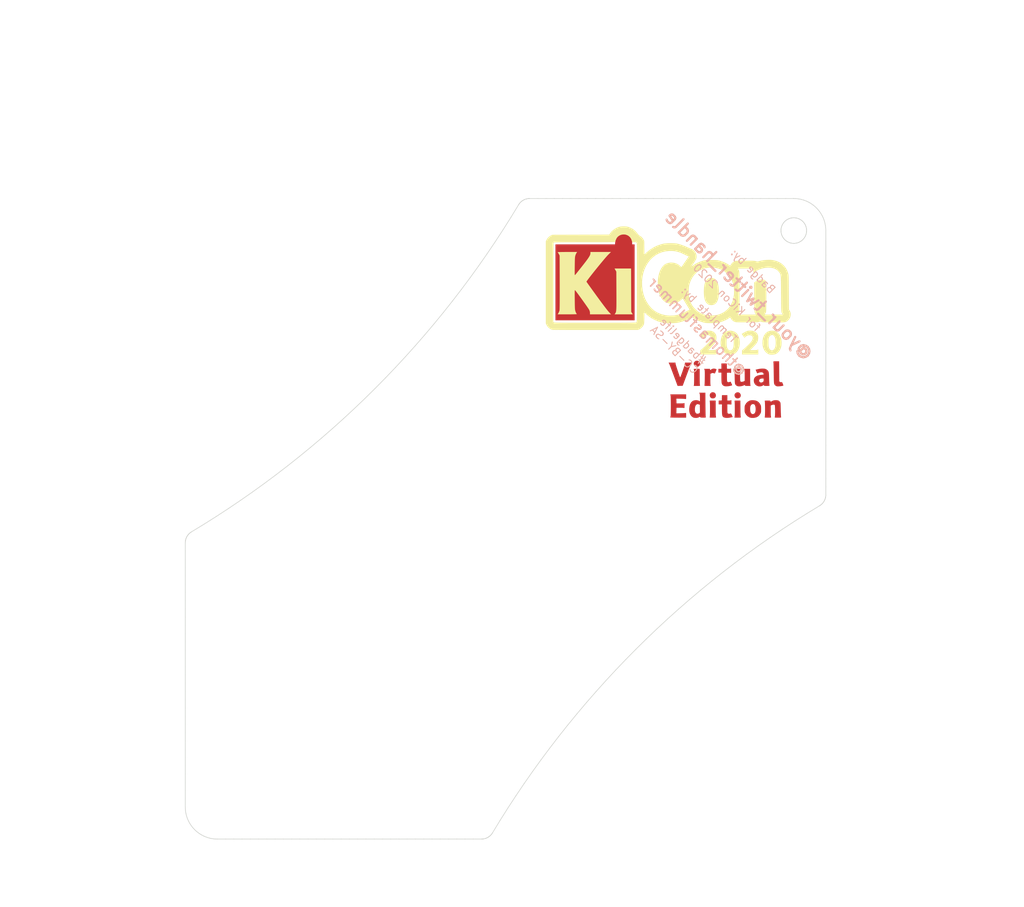
<source format=kicad_pcb>
(kicad_pcb (version 20200829) (generator pcbnew)
  (title_block (title "KiCon 2020 Virtual Edition DIY Badge") (rev "0.1") (comment 1 "Template by @thomasflummer") (comment 2 "#badgelife") (comment 3 "CC-BY-SA"))
  (layers (0 "F.Cu" signal) (31 "B.Cu" signal) (34 "B.Paste" user) (35 "F.Paste" user) (36 "B.SilkS" user) (37 "F.SilkS" user) (38 "B.Mask" user) (39 "F.Mask" user) (44 "Edge.Cuts" user))
  (net 0 "")
  (module "Aesthetics:kicon_2020_copper" (layer "F.Cu") (at 100 100)
    (fp_text reference "G***" hide)
    (fp_text value "LOGO" hide)
    (fp_poly (pts (xy 36.670036 -17.197916) (xy 36.674206 -16.876731) (xy 36.680265 -16.580784) (xy 36.687808 -16.321298) (xy 36.696429 -16.109494) (xy 36.705725 -15.956593) (xy 36.71529 -15.873817) (xy 36.718113 -15.864416) (xy 36.727294 -15.833352) (xy 36.710308 -15.812409) (xy 36.6544 -15.799615) (xy 36.546814 -15.792997) (xy 36.374795 -15.790584) (xy 36.23901 -15.790333) (xy 35.723628 -15.790333) (xy 35.758231 -15.885583) (xy 35.768442 -15.955675) (xy 35.776812 -16.095641) (xy 35.78335 -16.291969) (xy 35.788065 -16.531145) (xy 35.790966 -16.799657) (xy 35.792063 -17.08399) (xy 35.791363 -17.370631) (xy 35.788877 -17.646068) (xy 35.784614 -17.896787) (xy 35.778582 -18.109275) (xy 35.770791 -18.270019) (xy 35.761249 -18.365505) (xy 35.756554 -18.38325) (xy 35.747036 -18.41554) (xy 35.765067 -18.43682) (xy 35.823886 -18.449355) (xy 35.936733 -18.455413) (xy 36.116848 -18.457261) (xy 36.189256 -18.457333) (xy 36.658238 -18.457333)) (layer "F.Cu") (width 0))
    (fp_poly (pts (xy 36.618334 -22.465924) (xy 36.618903 -22.13081) (xy 36.622382 -21.871134) (xy 36.631427 -21.677669) (xy 36.648694 -21.541186) (xy 36.67684 -21.452459) (xy 36.718522 -21.402259) (xy 36.776395 -21.381359) (xy 36.853116 -21.380531) (xy 36.92864 -21.387983) (xy 37.073862 -21.416927) (xy 37.200707 -21.462706) (xy 37.231556 -21.479873) (xy 37.338 -21.549618) (xy 37.337739 -22.363559) (xy 37.336055 -22.67147) (xy 37.330751 -22.905581) (xy 37.321119 -23.076706) (xy 37.30645 -23.195661) (xy 37.286036 -23.273262) (xy 37.27675 -23.293916) (xy 37.216021 -23.410333) (xy 38.184667 -23.410333) (xy 38.184667 -22.185422) (xy 38.186077 -21.853002) (xy 38.190083 -21.550262) (xy 38.196348 -21.28808) (xy 38.204536 -21.077337) (xy 38.214309 -20.928912) (xy 38.22533 -20.853684) (xy 38.225952 -20.851922) (xy 38.267238 -20.743333) (xy 37.823786 -20.743333) (xy 37.625581 -20.744469) (xy 37.49709 -20.749724) (xy 37.423369 -20.761874) (xy 37.389475 -20.783692) (xy 37.380466 -20.817952) (xy 37.380334 -20.825658) (xy 37.375534 -20.869142) (xy 37.349134 -20.881684) (xy 37.283135 -20.861523) (xy 37.159537 -20.806897) (xy 37.151645 -20.803285) (xy 36.946339 -20.732921) (xy 36.709899 -20.687905) (xy 36.476386 -20.672348) (xy 36.279863 -20.690363) (xy 36.2585 -20.695466) (xy 36.059015 -20.777123) (xy 35.914493 -20.909726) (xy 35.871848 -20.972687) (xy 35.847145 -21.021251) (xy 35.827603 -21.083056) (xy 35.812324 -21.168912) (xy 35.800414 -21.289628) (xy 35.790974 -21.456014) (xy 35.783109 -21.67888) (xy 35.775923 -21.969034) (xy 35.77151 -22.182666) (xy 35.764319 -22.479926) (xy 35.755241 -22.751709) (xy 35.744885 -22.985743) (xy 35.733863 -23.169756) (xy 35.722786 -23.291476) (xy 35.714064 -23.33625) (xy 35.704631 -23.368507) (xy 35.722699 -23.389778) (xy 35.781499 -23.402322) (xy 35.894262 -23.408395) (xy 36.074219 -23.410258) (xy 36.148138 -23.410333) (xy 36.618334 -23.410333)) (layer "F.Cu") (width 0))
    (fp_poly (pts (xy 42.722968 -23.025552) (xy 42.7355 -21.455437) (xy 42.831518 -21.377727) (xy 42.935807 -21.32377) (xy 43.048432 -21.33469) (xy 43.112878 -21.348878) (xy 43.158119 -21.336281) (xy 43.198358 -21.281936) (xy 43.247794 -21.170881) (xy 43.279798 -21.090926) (xy 43.331932 -20.951671) (xy 43.365498 -20.8464) (xy 43.373784 -20.796357) (xy 43.373155 -20.795377) (xy 43.310224 -20.769013) (xy 43.182537 -20.740188) (xy 43.009801 -20.712343) (xy 42.811722 -20.688917) (xy 42.714334 -20.680325) (xy 42.528546 -20.671025) (xy 42.395079 -20.680126) (xy 42.282899 -20.711181) (xy 42.224289 -20.736427) (xy 42.057757 -20.853805) (xy 41.970289 -20.98138) (xy 41.949605 -21.028222) (xy 41.932504 -21.083238) (xy 41.918508 -21.15498) (xy 41.907139 -21.252001) (xy 41.89792 -21.382852) (xy 41.890372 -21.556086) (xy 41.884018 -21.780256) (xy 41.878379 -22.063912) (xy 41.872977 -22.415609) (xy 41.867667 -22.817666) (xy 41.862164 -23.187136) (xy 41.855458 -23.530954) (xy 41.847848 -23.839719) (xy 41.839638 -24.10403) (xy 41.83113 -24.314485) (xy 41.822626 -24.461682) (xy 41.814427 -24.536219) (xy 41.812252 -24.54275) (xy 41.81498 -24.566683) (xy 41.866931 -24.582579) (xy 41.978644 -24.591728) (xy 42.160659 -24.595423) (xy 42.24422 -24.595666) (xy 42.710436 -24.595666)) (layer "F.Cu") (width 0))
    (fp_poly (pts (xy 32.627933 -23.442274) (xy 32.763113 -23.415759) (xy 32.872811 -23.380118) (xy 32.931492 -23.342347) (xy 32.935334 -23.33142) (xy 32.920903 -23.276311) (xy 32.883754 -23.170385) (xy 32.833098 -23.036943) (xy 32.778149 -22.899291) (xy 32.728119 -22.780732) (xy 32.692222 -22.704568) (xy 32.681334 -22.688928) (xy 32.631429 -22.695106) (xy 32.531037 -22.720114) (xy 32.484385 -22.733592) (xy 32.357964 -22.762816) (xy 32.259062 -22.753874) (xy 32.145718 -22.706712) (xy 31.982834 -22.627166) (xy 31.971304 -21.803084) (xy 31.969733 -21.536414) (xy 31.972361 -21.29383) (xy 31.978716 -21.090431) (xy 31.988324 -20.941315) (xy 32.00071 -20.861579) (xy 32.000852 -20.861168) (xy 32.041929 -20.743333) (xy 31.531602 -20.743333) (xy 31.317167 -20.744214) (xy 31.174582 -20.748189) (xy 31.091036 -20.757261) (xy 31.053719 -20.773431) (xy 31.049821 -20.7987) (xy 31.057386 -20.817416) (xy 31.06746 -20.878232) (xy 31.077408 -21.011794) (xy 31.086748 -21.206181) (xy 31.094998 -21.449474) (xy 31.101676 -21.729752) (xy 31.106204 -22.026211) (xy 31.109409 -22.380443) (xy 31.109919 -22.659925) (xy 31.107346 -22.87454) (xy 31.101301 -23.034174) (xy 31.091397 -23.148711) (xy 31.077243 -23.228036) (xy 31.058452 -23.282033) (xy 31.056701 -23.285628) (xy 30.994489 -23.410333) (xy 31.919334 -23.410333) (xy 31.919334 -23.200531) (xy 32.118122 -23.326599) (xy 32.313584 -23.423255) (xy 32.492804 -23.452666)) (layer "F.Cu") (width 0))
    (fp_poly (pts (xy 34.553051 -23.84425) (xy 34.565167 -23.4315) (xy 34.807481 -23.418837) (xy 34.956957 -23.419608) (xy 35.082492 -23.435113) (xy 35.135564 -23.452076) (xy 35.176 -23.469691) (xy 35.201195 -23.460355) (xy 35.214749 -23.40988) (xy 35.220262 -23.304079) (xy 35.221332 -23.128764) (xy 35.221334 -23.114) (xy 35.220434 -22.933455) (xy 35.215337 -22.823387) (xy 35.202442 -22.769608) (xy 35.17815 -22.75793) (xy 35.138862 -22.774165) (xy 35.135564 -22.775923) (xy 35.046548 -22.799314) (xy 34.909292 -22.810434) (xy 34.807481 -22.809163) (xy 34.565167 -22.7965) (xy 34.565167 -22.136152) (xy 34.566958 -21.862015) (xy 34.574184 -21.66039) (xy 34.58962 -21.519164) (xy 34.616041 -21.426226) (xy 34.656225 -21.369462) (xy 34.712947 -21.33676) (xy 34.751088 -21.324931) (xy 34.840364 -21.324998) (xy 34.961622 -21.351036) (xy 34.986007 -21.358895) (xy 35.143613 -21.413077) (xy 35.268103 -21.135613) (xy 35.326662 -20.997737) (xy 35.365003 -20.892888) (xy 35.375632 -20.841793) (xy 35.374842 -20.840397) (xy 35.327311 -20.820511) (xy 35.223604 -20.788026) (xy 35.130463 -20.761974) (xy 34.890529 -20.71237) (xy 34.636551 -20.684135) (xy 34.398546 -20.67911) (xy 34.206528 -20.699135) (xy 34.185076 -20.704029) (xy 33.980785 -20.793859) (xy 33.833495 -20.945784) (xy 33.745904 -21.156938) (xy 33.741944 -21.174489) (xy 33.726819 -21.287721) (xy 33.71389 -21.465992) (xy 33.704103 -21.689684) (xy 33.698401 -21.939178) (xy 33.697334 -22.100084) (xy 33.697334 -22.817666) (xy 33.231667 -22.817666) (xy 33.231667 -23.410333) (xy 33.697334 -23.410333) (xy 33.697334 -24.257) (xy 34.540934 -24.257)) (layer "F.Cu") (width 0))
    (fp_poly (pts (xy 30.022584 -24.671554) (xy 30.121658 -24.635068) (xy 30.217142 -24.555651) (xy 30.222744 -24.550077) (xy 30.308169 -24.447804) (xy 30.345768 -24.342108) (xy 30.353 -24.22083) (xy 30.325138 -24.018885) (xy 30.236713 -23.869858) (xy 30.098533 -23.769925) (xy 29.929407 -23.71378) (xy 29.760524 -23.72982) (xy 29.641719 -23.777482) (xy 29.491526 -23.895954) (xy 29.402397 -24.067884) (xy 29.379334 -24.237964) (xy 29.397744 -24.361822) (xy 29.46439 -24.472655) (xy 29.523267 -24.5364) (xy 29.62539 -24.626184) (xy 29.721309 -24.668496) (xy 29.85276 -24.68018) (xy 29.879844 -24.680333)) (layer "F.Cu") (width 0))
    (fp_poly (pts (xy 28.194 -19.045471) (xy 28.192669 -18.864261) (xy 28.186662 -18.753448) (xy 28.172957 -18.698775) (xy 28.148532 -18.685989) (xy 28.119917 -18.69601) (xy 28.053889 -18.708983) (xy 27.919321 -18.721525) (xy 27.732338 -18.732602) (xy 27.509063 -18.741186) (xy 27.35624 -18.744862) (xy 26.666646 -18.757646) (xy 26.678906 -18.385239) (xy 26.691167 -18.012833) (xy 27.199167 -18.012833) (xy 27.409607 -18.015502) (xy 27.598919 -18.022755) (xy 27.745357 -18.033455) (xy 27.823584 -18.04539) (xy 27.94 -18.077946) (xy 27.94 -17.67212) (xy 27.93931 -17.48509) (xy 27.934773 -17.3683) (xy 27.922686 -17.307322) (xy 27.899348 -17.28773) (xy 27.861057 -17.295097) (xy 27.84475 -17.300897) (xy 27.766728 -17.314255) (xy 27.624155 -17.325217) (xy 27.43714 -17.33267) (xy 27.225788 -17.335498) (xy 27.220334 -17.3355) (xy 26.691167 -17.3355) (xy 26.679071 -16.898714) (xy 26.666975 -16.461929) (xy 27.356404 -16.476648) (xy 27.594289 -16.483712) (xy 27.806094 -16.493719) (xy 27.975693 -16.505618) (xy 28.086958 -16.51836) (xy 28.119917 -16.52638) (xy 28.154869 -16.535909) (xy 28.176729 -16.514791) (xy 28.188517 -16.448731) (xy 28.193255 -16.323434) (xy 28.194 -16.175862) (xy 28.194 -15.790333) (xy 26.945167 -15.790333) (xy 26.629796 -15.791434) (xy 26.343673 -15.794548) (xy 26.097235 -15.799392) (xy 25.900915 -15.805683) (xy 25.765148 -15.813138) (xy 25.70037 -15.821474) (xy 25.696334 -15.8242) (xy 25.722878 -15.880076) (xy 25.74925 -15.910983) (xy 25.763823 -15.967068) (xy 25.776264 -16.09654) (xy 25.786579 -16.288147) (xy 25.794771 -16.530636) (xy 25.800846 -16.812754) (xy 25.804809 -17.123249) (xy 25.806665 -17.45087) (xy 25.806418 -17.784362) (xy 25.804074 -18.112473) (xy 25.799638 -18.423952) (xy 25.793113 -18.707545) (xy 25.784506 -18.952) (xy 25.773821 -19.146064) (xy 25.761063 -19.278486) (xy 25.747761 -19.33575) (xy 25.693355 -19.431) (xy 28.194 -19.431)) (layer "F.Cu") (width 0))
    (fp_poly (pts (xy 31.208983 -17.81175) (xy 31.212254 -17.419375) (xy 31.216838 -17.051578) (xy 31.222512 -16.717335) (xy 31.229055 -16.42562) (xy 31.236244 -16.18541) (xy 31.243859 -16.005678) (xy 31.251677 -15.895401) (xy 31.257113 -15.864416) (xy 31.266784 -15.83155) (xy 31.24824 -15.810127) (xy 31.188016 -15.797732) (xy 31.072648 -15.791949) (xy 30.888674 -15.79036) (xy 30.844363 -15.790333) (xy 30.644792 -15.791409) (xy 30.515003 -15.796481) (xy 30.440121 -15.808314) (xy 30.405268 -15.829674) (xy 30.395571 -15.863326) (xy 30.395334 -15.873809) (xy 30.390583 -15.919683) (xy 30.363979 -15.93034) (xy 30.296987 -15.903787) (xy 30.198528 -15.852642) (xy 30.05088 -15.787825) (xy 29.899015 -15.756866) (xy 29.722278 -15.750683) (xy 29.560794 -15.758064) (xy 29.420804 -15.774578) (xy 29.343145 -15.793294) (xy 29.109017 -15.931143) (xy 28.920447 -16.134392) (xy 28.781379 -16.394709) (xy 28.695755 -16.703759) (xy 28.678726 -16.914493) (xy 29.560767 -16.914493) (xy 29.608325 -16.67748) (xy 29.704358 -16.50957) (xy 29.750757 -16.466113) (xy 29.898337 -16.400878) (xy 30.070599 -16.40794) (xy 30.249512 -16.486491) (xy 30.252766 -16.488609) (xy 30.292395 -16.517063) (xy 30.319928 -16.551176) (xy 30.337225 -16.60508) (xy 30.346146 -16.692909) (xy 30.34855 -16.828793) (xy 30.346297 -17.026865) (xy 30.343539 -17.178461) (xy 30.331834 -17.801166) (xy 30.150233 -17.863941) (xy 30.02886 -17.900133) (xy 29.947443 -17.902285) (xy 29.868393 -17.870342) (xy 29.856019 -17.863508) (xy 29.719314 -17.745673) (xy 29.625454 -17.566432) (xy 29.571442 -17.319232) (xy 29.561754 -17.220327) (xy 29.560767 -16.914493) (xy 28.678726 -16.914493) (xy 28.667516 -17.053211) (xy 28.673605 -17.2085) (xy 28.727783 -17.602322) (xy 28.828176 -17.925937) (xy 28.9753 -18.180416) (xy 29.169676 -18.366829) (xy 29.262349 -18.423411) (xy 29.461331 -18.49359) (xy 29.693809 -18.522647) (xy 29.928082 -18.510516) (xy 30.132447 -18.45713) (xy 30.196781 -18.42536) (xy 30.353 -18.333189) (xy 30.352739 -18.892678) (xy 30.349113 -19.162145) (xy 30.33786 -19.358251) (xy 30.317982 -19.492042) (xy 30.29175 -19.568583) (xy 30.231021 -19.685) (xy 31.197132 -19.685)) (layer "F.Cu") (width 0))
    (fp_poly (pts (xy 32.522413 -19.737752) (xy 32.598053 -19.70545) (xy 32.732132 -19.595098) (xy 32.814393 -19.443503) (xy 32.844572 -19.271793) (xy 32.822404 -19.101093) (xy 32.747625 -18.952533) (xy 32.619972 -18.847238) (xy 32.608845 -18.84194) (xy 32.463551 -18.804001) (xy 32.296631 -18.800292) (xy 32.144751 -18.828864) (xy 32.061872 -18.871024) (xy 31.937988 -19.016143) (xy 31.881872 -19.202015) (xy 31.877 -19.291797) (xy 31.913875 -19.478496) (xy 32.01344 -19.625956) (xy 32.15911 -19.724662) (xy 32.334297 -19.7651)) (layer "F.Cu") (width 0))
    (fp_poly (pts (xy 18.594189 -44.418218) (xy 18.873421 -44.354846) (xy 19.132772 -44.23612) (xy 19.361627 -44.066263) (xy 19.549375 -43.849497) (xy 19.685401 -43.590047) (xy 19.759092 -43.292135) (xy 19.769253 -43.127083) (xy 19.769667 -42.841333) (xy 20.150667 -42.841333) (xy 20.150667 -30.988) (xy 7.789334 -30.988) (xy 7.789334 -42.841333) (xy 17.091533 -42.841333) (xy 17.112062 -43.14825) (xy 17.170913 -43.492107) (xy 17.299043 -43.788564) (xy 17.490708 -44.033707) (xy 17.743335 -44.233981) (xy 18.018533 -44.362008) (xy 18.305689 -44.422013)) (layer "F.Cu") (width 0))
    (fp_poly (pts (xy 42.429543 -18.509096) (xy 42.589508 -18.469723) (xy 42.716899 -18.390342) (xy 42.836853 -18.259697) (xy 42.859884 -18.229479) (xy 42.886481 -18.189176) (xy 42.907417 -18.140787) (xy 42.923633 -18.073713) (xy 42.936067 -17.977353) (xy 42.945656 -17.84111) (xy 42.953339 -17.654384) (xy 42.960055 -17.406577) (xy 42.966741 -17.087089) (xy 42.968334 -17.004428) (xy 42.975286 -16.704629) (xy 42.983957 -16.431552) (xy 42.993784 -16.196988) (xy 43.004204 -16.012729) (xy 43.014654 -15.890566) (xy 43.023749 -15.84325) (xy 43.020563 -15.820605) (xy 42.96988 -15.80508) (xy 42.861587 -15.795603) (xy 42.685572 -15.791101) (xy 42.524842 -15.790333) (xy 42.305105 -15.790934) (xy 42.157478 -15.794138) (xy 42.069409 -15.802045) (xy 42.028343 -15.816756) (xy 42.021726 -15.840372) (xy 42.035511 -15.872217) (xy 42.051695 -15.944165) (xy 42.06428 -16.082472) (xy 42.073325 -16.271746) (xy 42.078884 -16.496592) (xy 42.081015 -16.741617) (xy 42.079774 -16.991425) (xy 42.075218 -17.230624) (xy 42.067403 -17.44382) (xy 42.056386 -17.615619) (xy 42.042223 -17.730627) (xy 42.028534 -17.771533) (xy 41.934399 -17.813474) (xy 41.793859 -17.817294) (xy 41.635474 -17.784222) (xy 41.551603 -17.750993) (xy 41.402 -17.679652) (xy 41.402 -16.816876) (xy 41.404169 -16.518278) (xy 41.41035 -16.263643) (xy 41.420054 -16.063505) (xy 41.432793 -15.928399) (xy 41.445823 -15.872217) (xy 41.460007 -15.838393) (xy 41.451406 -15.815449) (xy 41.407455 -15.801277) (xy 41.315592 -15.793772) (xy 41.163252 -15.790827) (xy 40.9575 -15.790333) (xy 40.738008 -15.790936) (xy 40.590617 -15.794149) (xy 40.502765 -15.802079) (xy 40.461887 -15.816832) (xy 40.455421 -15.840516) (xy 40.469177 -15.872217) (xy 40.483335 -15.940239) (xy 40.494852 -16.077649) (xy 40.503764 -16.271296) (xy 40.510109 -16.508029) (xy 40.513921 -16.774696) (xy 40.515237 -17.058145) (xy 40.514093 -17.345225) (xy 40.510526 -17.622785) (xy 40.504572 -17.877672) (xy 40.496266 -18.096734) (xy 40.485646 -18.266822) (xy 40.472747 -18.374782) (xy 40.4622 -18.406533) (xy 40.457556 -18.429239) (xy 40.503896 -18.444434) (xy 40.611066 -18.453301) (xy 40.78891 -18.457021) (xy 40.885534 -18.457333) (xy 41.09104 -18.456715) (xy 41.226483 -18.452837) (xy 41.306466 -18.44266) (xy 41.34559 -18.423148) (xy 41.35846 -18.391264) (xy 41.359667 -18.358718) (xy 41.359667 -18.260102) (xy 41.621565 -18.389911) (xy 41.777928 -18.460639) (xy 41.91295 -18.500161) (xy 42.06516 -18.51695) (xy 42.211873 -18.519719)) (layer "F.Cu") (width 0))
    (fp_poly (pts (xy 40.414966 -23.43551) (xy 40.5596 -23.403858) (xy 40.792278 -23.290168) (xy 40.964278 -23.123528) (xy 41.03246 -23.015185) (xy 41.062991 -22.952827) (xy 41.086606 -22.886415) (xy 41.104537 -22.803755) (xy 41.118022 -22.692653) (xy 41.128293 -22.540915) (xy 41.136586 -22.336346) (xy 41.144136 -22.066752) (xy 41.148903 -21.865166) (xy 41.156766 -21.582868) (xy 41.166597 -21.326198) (xy 41.17768 -21.1082) (xy 41.189298 -20.941919) (xy 41.200737 -20.8404) (xy 41.206431 -20.817416) (xy 41.215618 -20.784545) (xy 41.196642 -20.763119) (xy 41.136009 -20.750724) (xy 41.020226 -20.744943) (xy 40.835798 -20.743359) (xy 40.792696 -20.743333) (xy 40.593294 -20.74434) (xy 40.463638 -20.749262) (xy 40.388812 -20.760955) (xy 40.353902 -20.782273) (xy 40.343994 -20.816069) (xy 40.343667 -20.829267) (xy 40.340081 -20.883963) (xy 40.3154 -20.889369) (xy 40.248739 -20.844976) (xy 40.223485 -20.826347) (xy 40.031389 -20.728138) (xy 39.798772 -20.674114) (xy 39.560422 -20.669767) (xy 39.412059 -20.69822) (xy 39.151291 -20.81324) (xy 38.956672 -20.980616) (xy 38.826091 -21.202614) (xy 38.77316 -21.384121) (xy 38.75748 -21.592438) (xy 39.589273 -21.592438) (xy 39.609031 -21.447616) (xy 39.688545 -21.342425) (xy 39.809978 -21.282611) (xy 39.955494 -21.273922) (xy 40.107256 -21.322107) (xy 40.207978 -21.393048) (xy 40.26778 -21.463589) (xy 40.293074 -21.551293) (xy 40.292978 -21.688611) (xy 40.292645 -21.694409) (xy 40.280167 -21.9075) (xy 40.052698 -21.901286) (xy 39.835675 -21.86961) (xy 39.68508 -21.789133) (xy 39.602969 -21.661224) (xy 39.589273 -21.592438) (xy 38.75748 -21.592438) (xy 38.752303 -21.661207) (xy 38.806427 -21.901701) (xy 38.933083 -22.103257) (xy 39.129822 -22.263531) (xy 39.394193 -22.380177) (xy 39.723747 -22.450851) (xy 39.905148 -22.467803) (xy 40.11392 -22.485488) (xy 40.24463 -22.513084) (xy 40.303819 -22.557143) (xy 40.298024 -22.624217) (xy 40.233784 -22.720859) (xy 40.199126 -22.762389) (xy 40.125756 -22.834279) (xy 40.046674 -22.867476) (xy 39.927771 -22.873748) (xy 39.880813 -22.872205) (xy 39.705321 -22.848279) (xy 39.525499 -22.799119) (xy 39.473104 -22.778487) (xy 39.358135 -22.730447) (xy 39.297006 -22.717662) (xy 39.267173 -22.738869) (xy 39.255313 -22.766282) (xy 39.224236 -22.844704) (xy 39.172649 -22.967922) (xy 39.134396 -23.05693) (xy 39.039666 -23.275027) (xy 39.393801 -23.363847) (xy 39.652982 -23.414647) (xy 39.926052 -23.44409) (xy 40.188288 -23.451327)) (layer "F.Cu") (width 0))
    (fp_poly (pts (xy 34.628667 -18.457333) (xy 34.837578 -18.457333) (xy 34.985961 -18.465772) (xy 35.116267 -18.487054) (xy 35.155078 -18.498619) (xy 35.263667 -18.539904) (xy 35.263667 -17.841855) (xy 34.628667 -17.873921) (xy 34.628667 -17.198521) (xy 34.629472 -16.942634) (xy 34.632888 -16.757787) (xy 34.640419 -16.630362) (xy 34.653566 -16.546737) (xy 34.673832 -16.493296) (xy 34.70272 -16.456418) (xy 34.711445 -16.448209) (xy 34.823242 -16.398115) (xy 34.975853 -16.395816) (xy 35.139913 -16.44175) (xy 35.14015 -16.441854) (xy 35.183432 -16.440065) (xy 35.231296 -16.388271) (xy 35.292518 -16.274699) (xy 35.336402 -16.178606) (xy 35.465672 -15.885936) (xy 35.151799 -15.816968) (xy 34.858017 -15.768075) (xy 34.577216 -15.750316) (xy 34.32886 -15.763403) (xy 34.132411 -15.807049) (xy 34.073025 -15.832843) (xy 33.981995 -15.889957) (xy 33.91183 -15.960504) (xy 33.859913 -16.055522) (xy 33.82363 -16.186048) (xy 33.800366 -16.363116) (xy 33.787507 -16.597765) (xy 33.782437 -16.901029) (xy 33.782 -17.06119) (xy 33.782 -17.864666) (xy 33.274 -17.864666) (xy 33.274 -18.453108) (xy 33.760834 -18.4785) (xy 33.785066 -19.304) (xy 34.628667 -19.304)) (layer "F.Cu") (width 0))
    (fp_poly (pts (xy 32.808334 -17.205717) (xy 32.809852 -16.817584) (xy 32.814284 -16.488039) (xy 32.821446 -16.222693) (xy 32.831152 -16.027155) (xy 32.84322 -15.907035) (xy 32.852156 -15.872217) (xy 32.86634 -15.838393) (xy 32.857739 -15.815449) (xy 32.813788 -15.801277) (xy 32.721925 -15.793772) (xy 32.569586 -15.790827) (xy 32.363834 -15.790333) (xy 32.144341 -15.790936) (xy 31.996951 -15.794149) (xy 31.909098 -15.802079) (xy 31.86822 -15.816832) (xy 31.861754 -15.840516) (xy 31.875511 -15.872217) (xy 31.889283 -15.941242) (xy 31.900735 -16.088559) (xy 31.909644 -16.307819) (xy 31.915788 -16.592673) (xy 31.918945 -16.936772) (xy 31.919334 -17.123833) (xy 31.917712 -17.494478) (xy 31.912994 -17.808968) (xy 31.905404 -18.060955) (xy 31.895162 -18.24409) (xy 31.882492 -18.352025) (xy 31.875511 -18.37545) (xy 31.860881 -18.41049) (xy 31.870305 -18.43378) (xy 31.916777 -18.447714) (xy 32.013294 -18.454685) (xy 32.17285 -18.457087) (xy 32.320011 -18.457333) (xy 32.808334 -18.457333)) (layer "F.Cu") (width 0))
    (fp_poly (pts (xy 30.310667 -22.158717) (xy 30.312185 -21.770584) (xy 30.316617 -21.441039) (xy 30.323779 -21.175693) (xy 30.333486 -20.980155) (xy 30.345553 -20.860035) (xy 30.35449 -20.825217) (xy 30.368891 -20.790803) (xy 30.359897 -20.767686) (xy 30.314735 -20.753624) (xy 30.220631 -20.746374) (xy 30.06481 -20.743694) (xy 29.888016 -20.743333) (xy 29.37772 -20.743333) (xy 29.410277 -20.85975) (xy 29.418934 -20.932137) (xy 29.426725 -21.076779) (xy 29.43333 -21.281267) (xy 29.438429 -21.533191) (xy 29.441704 -21.820141) (xy 29.442834 -22.123304) (xy 29.441993 -22.482044) (xy 29.439193 -22.764833) (xy 29.43402 -22.980376) (xy 29.426057 -23.137373) (xy 29.414889 -23.244529) (xy 29.400101 -23.310546) (xy 29.384733 -23.340388) (xy 29.366237 -23.370237) (xy 29.37786 -23.390164) (xy 29.431876 -23.402147) (xy 29.540561 -23.408164) (xy 29.716189 -23.410193) (xy 29.81865 -23.410333) (xy 30.310667 -23.410333)) (layer "F.Cu") (width 0))
    (fp_poly (pts (xy 26.534854 -24.246416) (xy 26.548203 -24.177475) (xy 26.585101 -24.043554) (xy 26.64105 -23.858091) (xy 26.71155 -23.634523) (xy 26.792103 -23.386288) (xy 26.87821 -23.126824) (xy 26.965371 -22.869568) (xy 27.049089 -22.627958) (xy 27.124863 -22.415431) (xy 27.188195 -22.245426) (xy 27.234587 -22.13138) (xy 27.25733 -22.088485) (xy 27.280324 -22.115079) (xy 27.324616 -22.210187) (xy 27.385989 -22.361595) (xy 27.460223 -22.557088) (xy 27.543101 -22.78445) (xy 27.630407 -23.031465) (xy 27.71792 -23.28592) (xy 27.801425 -23.535597) (xy 27.876703 -23.768282) (xy 27.939536 -23.97176) (xy 27.985706 -24.133816) (xy 28.010997 -24.242233) (xy 28.013983 -24.279854) (xy 27.994074 -24.384) (xy 29.085535 -24.384) (xy 29.000288 -24.267583) (xy 28.967648 -24.203781) (xy 28.909459 -24.069379) (xy 28.82924 -23.873299) (xy 28.730508 -23.624462) (xy 28.616783 -23.331789) (xy 28.491582 -23.004202) (xy 28.358424 -22.650622) (xy 28.286604 -22.457833) (xy 27.658168 -20.7645) (xy 27.259141 -20.752509) (xy 26.860115 -20.740518) (xy 26.250577 -22.377386) (xy 26.115677 -22.738053) (xy 25.986556 -23.080241) (xy 25.866912 -23.394372) (xy 25.760439 -23.670869) (xy 25.670835 -23.900158) (xy 25.601796 -24.07266) (xy 25.557017 -24.178801) (xy 25.547444 -24.199127) (xy 25.453849 -24.384) (xy 26.534534 -24.384)) (layer "F.Cu") (width 0))
    (fp_poly (pts (xy 36.41025 -19.729783) (xy 36.550194 -19.647025) (xy 36.674743 -19.483363) (xy 36.727524 -19.307956) (xy 36.714334 -19.13657) (xy 36.640969 -18.984972) (xy 36.513226 -18.868929) (xy 36.3369 -18.804208) (xy 36.237334 -18.796) (xy 36.045402 -18.820966) (xy 35.928607 -18.881328) (xy 35.819562 -19.013698) (xy 35.753789 -19.186584) (xy 35.745199 -19.36109) (xy 35.749226 -19.382863) (xy 35.79734 -19.491007) (xy 35.882546 -19.604804) (xy 35.903503 -19.626134) (xy 36.056083 -19.721291) (xy 36.234284 -19.756141)) (layer "F.Cu") (width 0))
    (fp_poly (pts (xy 38.951202 -18.487504) (xy 39.243645 -18.393828) (xy 39.488153 -18.233305) (xy 39.690493 -18.002645) (xy 39.78653 -17.8435) (xy 39.834937 -17.746055) (xy 39.867109 -17.656313) (xy 39.886323 -17.553342) (xy 39.895854 -17.416212) (xy 39.898977 -17.223992) (xy 39.899167 -17.123833) (xy 39.898009 -16.905345) (xy 39.892134 -16.750457) (xy 39.877943 -16.63811) (xy 39.851832 -16.547242) (xy 39.810203 -16.456795) (xy 39.773515 -16.388977) (xy 39.596023 -16.13189) (xy 39.382865 -15.944196) (xy 39.125665 -15.821363) (xy 38.816047 -15.758857) (xy 38.589876 -15.748413) (xy 38.380385 -15.755549) (xy 38.220893 -15.780408) (xy 38.077534 -15.829064) (xy 38.035613 -15.847807) (xy 37.770673 -16.012704) (xy 37.556716 -16.239817) (xy 37.432337 -16.441073) (xy 37.381311 -16.546409) (xy 37.348211 -16.643428) (xy 37.329175 -16.75516) (xy 37.320339 -16.904639) (xy 37.31784 -17.114896) (xy 37.317819 -17.123833) (xy 37.318422 -17.179811) (xy 38.184484 -17.179811) (xy 38.193906 -16.95136) (xy 38.224231 -16.74491) (xy 38.266245 -16.609602) (xy 38.3736 -16.445153) (xy 38.506894 -16.354938) (xy 38.65606 -16.342224) (xy 38.811033 -16.410277) (xy 38.83206 -16.425995) (xy 38.944679 -16.563067) (xy 39.015984 -16.766599) (xy 39.047197 -17.040533) (xy 39.0489 -17.124843) (xy 39.034291 -17.349553) (xy 38.992637 -17.556785) (xy 38.930057 -17.726858) (xy 38.85267 -17.840088) (xy 38.818764 -17.86515) (xy 38.649833 -17.914567) (xy 38.490291 -17.885682) (xy 38.35276 -17.784797) (xy 38.249861 -17.618212) (xy 38.232864 -17.572599) (xy 38.197094 -17.397735) (xy 38.184484 -17.179811) (xy 37.318422 -17.179811) (xy 37.320241 -17.348368) (xy 37.330628 -17.510871) (xy 37.351991 -17.633833) (xy 37.387342 -17.739742) (xy 37.405973 -17.782151) (xy 37.579631 -18.064354) (xy 37.810943 -18.284602) (xy 38.004703 -18.400842) (xy 38.141841 -18.461323) (xy 38.267807 -18.496754) (xy 38.414945 -18.513427) (xy 38.605058 -18.517623)) (layer "F.Cu") (width 0))
  )
  (module "Aesthetics:kicon_2020_mask" (layer "F.Cu") (at 100 100)
    (fp_text reference "G***" hide)
    (fp_text value "LOGO" hide)
  )
  (module "Aesthetics:kicon_2020_silk" (layer "F.Cu") (at 100 100)
    (fp_text reference "G***" hide)
    (fp_text value "LOGO" hide)
  )
  (gr_line (start 50.292145 102.710948) (end 50.259841 102.765911) (layer "Edge.Cuts") (width 0.1))
  (gr_line (start 146.344777 53.519503) (end 146.414235 53.585725) (layer "Edge.Cuts") (width 0.1))
  (gr_line (start 93.670151 150.000092) (end 94.959157 150.000092) (layer "Edge.Cuts") (width 0.1))
  (gr_line (start 49.999994 121.797891) (end 49.999994 123.086902) (layer "Edge.Cuts") (width 0.1))
  (gr_line (start 94.959157 150.000092) (end 96.248162 150.000092) (layer "Edge.Cuts") (width 0.1))
  (gr_line (start 98.381472 56.759711) (end 97.104594 58.649548) (layer "Edge.Cuts") (width 0.1))
  (gr_line (start 146.037097 53.289486) (end 146.118242 53.341508) (layer "Edge.Cuts") (width 0.1))
  (gr_line (start 143.727837 56.543234) (end 143.655267 56.480374) (layer "Edge.Cuts") (width 0.1))
  (gr_line (start 118.759194 121.980466) (end 120.357556 120.357584) (layer "Edge.Cuts") (width 0.1))
  (gr_line (start 147.000017 54.999948) (end 146.997414 55.102867) (layer "Edge.Cuts") (width 0.1))
  (gr_line (start 96.884714 149.896117) (end 96.945026 149.874781) (layer "Edge.Cuts") (width 0.1))
  (gr_line (start 50.994616 147.989775) (end 51.143178 148.178723) (layer "Edge.Cuts") (width 0.1))
  (gr_line (start 49.999994 128.242948) (end 49.999994 129.531959) (layer "Edge.Cuts") (width 0.1))
  (gr_line (start 50.303888 146.717492) (end 50.39354 146.944456) (layer "Edge.Cuts") (width 0.1))
  (gr_line (start 150.000006 64.022949) (end 150.000006 62.73394) (layer "Edge.Cuts") (width 0.1))
  (gr_line (start 146.118242 53.341508) (end 146.196655 53.397268) (layer "Edge.Cuts") (width 0.1))
  (gr_line (start 143.456725 56.272125) (end 143.397352 56.196571) (layer "Edge.Cuts") (width 0.1))
  (gr_line (start 50.521681 102.404622) (end 50.479298 102.452665) (layer "Edge.Cuts") (width 0.1))
  (gr_line (start 56.288996 150.000092) (end 57.578001 150.000092) (layer "Edge.Cuts") (width 0.1))
  (gr_line (start 149.774837 53.514688) (end 149.696112 53.282498) (layer "Edge.Cuts") (width 0.1))
  (gr_line (start 143.519586 53.655184) (end 143.585809 53.585725) (layer "Edge.Cuts") (width 0.1))
  (gr_line (start 144.221534 53.15711) (end 144.312357 53.121299) (layer "Edge.Cuts") (width 0.1))
  (gr_line (start 115.637421 125.298388) (end 117.185699 123.627517) (layer "Edge.Cuts") (width 0.1))
  (gr_line (start 143.121383 55.68761) (end 143.089939 55.594683) (layer "Edge.Cuts") (width 0.1))
  (gr_line (start 91.713452 66.002162) (end 90.296506 67.786884) (layer "Edge.Cuts") (width 0.1))
  (gr_line (start 60.519153 95.798919) (end 58.649642 97.104509) (layer "Edge.Cuts") (width 0.1))
  (gr_line (start 50.225163 146.485301) (end 50.303888 146.717492) (layer "Edge.Cuts") (width 0.1))
  (gr_line (start 69.17905 150.000092) (end 70.468055 150.000092) (layer "Edge.Cuts") (width 0.1))
  (gr_line (start 97.547228 149.520789) (end 97.595271 149.478405) (layer "Edge.Cuts") (width 0.1))
  (gr_line (start 49.999994 126.953936) (end 49.999994 128.242948) (layer "Edge.Cuts") (width 0.1))
  (gr_line (start 150.000006 56.288893) (end 150.000006 54.999883) (layer "Edge.Cuts") (width 0.1))
  (gr_line (start 50.971856 102.036246) (end 50.916024 102.070962) (layer "Edge.Cuts") (width 0.1))
  (gr_line (start 149.998929 96.313921) (end 150.000006 96.248184) (layer "Edge.Cuts") (width 0.1))
  (gr_line (start 146.842848 55.778433) (end 146.802797 55.867025) (layer "Edge.Cuts") (width 0.1))
  (gr_line (start 144.89711 53.002543) (end 145.000031 52.999941) (layer "Edge.Cuts") (width 0.1))
  (gr_line (start 85.936119 150.000092) (end 87.225124 150.000092) (layer "Edge.Cuts") (width 0.1))
  (gr_line (start 143.655267 53.519503) (end 143.727837 53.456642) (layer "Edge.Cuts") (width 0.1))
  (gr_line (start 50.658291 102.268503) (end 50.611202 102.312497) (layer "Edge.Cuts") (width 0.1))
  (gr_line (start 150.000006 91.092146) (end 150.000006 89.803137) (layer "Edge.Cuts") (width 0.1))
  (gr_line (start 146.602691 56.196571) (end 146.543317 56.272125) (layer "Edge.Cuts") (width 0.1))
  (gr_line (start 145.867108 53.197161) (end 145.953343 53.241329) (layer "Edge.Cuts") (width 0.1))
  (gr_line (start 52.206387 149.145006) (end 52.409273 149.275198) (layer "Edge.Cuts") (width 0.1))
  (gr_line (start 141.132992 49.999908) (end 139.843985 49.999908) (layer "Edge.Cuts") (width 0.1))
  (gr_line (start 144.89711 56.997331) (end 144.79554 56.989608) (layer "Edge.Cuts") (width 0.1))
  (gr_line (start 50.084548 103.176231) (end 50.067066 103.237977) (layer "Edge.Cuts") (width 0.1))
  (gr_line (start 129.531937 49.999908) (end 128.242931 49.999908) (layer "Edge.Cuts") (width 0.1))
  (gr_line (start 57.578001 150.000092) (end 58.867007 150.000092) (layer "Edge.Cuts") (width 0.1))
  (gr_line (start 144.312357 53.121299) (end 144.405286 53.089856) (layer "Edge.Cuts") (width 0.1))
  (gr_line (start 146.976972 54.695364) (end 146.989691 54.795457) (layer "Edge.Cuts") (width 0.1))
  (gr_line (start 150.000006 79.491062) (end 150.000006 78.202052) (layer "Edge.Cuts") (width 0.1))
  (gr_line (start 97.004557 149.851555) (end 97.063261 149.826464) (layer "Edge.Cuts") (width 0.1))
  (gr_line (start 110.196847 49.999908) (end 108.907841 49.999908) (layer "Edge.Cuts") (width 0.1))
  (gr_line (start 149.961981 96.636542) (end 149.973497 96.572972) (layer "Edge.Cuts") (width 0.1))
  (gr_line (start 49.999994 105.040742) (end 49.999994 106.329754) (layer "Edge.Cuts") (width 0.1))
  (gr_line (start 52.010312 149.005471) (end 52.206387 149.145006) (layer "Edge.Cuts") (width 0.1))
  (gr_line (start 143.397352 56.196571) (end 143.341591 56.118159) (layer "Edge.Cuts") (width 0.1))
  (gr_line (start 146.543317 53.727753) (end 146.602691 53.803307) (layer "Edge.Cuts") (width 0.1))
  (gr_line (start 149.740162 97.234011) (end 149.7707 97.178047) (layer "Edge.Cuts") (width 0.1))
  (gr_line (start 143.121383 54.312274) (end 143.157193 54.22145) (layer "Edge.Cuts") (width 0.1))
  (gr_line (start 108.28653 133.997798) (end 109.703477 132.213073) (layer "Edge.Cuts") (width 0.1))
  (gr_line (start 103.300452 50.051462) (end 103.238054 50.06698) (layer "Edge.Cuts") (width 0.1))
  (gr_line (start 103.054943 50.125219) (end 102.995413 50.148445) (layer "Edge.Cuts") (width 0.1))
  (gr_line (start 145.10295 53.002543) (end 145.204518 53.010266) (layer "Edge.Cuts") (width 0.1))
  (gr_line (start 150.000006 74.335024) (end 150.000006 73.046015) (layer "Edge.Cuts") (width 0.1))
  (gr_line (start 50.067066 103.237977) (end 50.051548 103.300375) (layer "Edge.Cuts") (width 0.1))
  (gr_line (start 143.881804 56.658367) (end 143.803391 56.602607) (layer "Edge.Cuts") (width 0.1))
  (gr_line (start 96.945026 149.874781) (end 97.004557 149.851555) (layer "Edge.Cuts") (width 0.1))
  (gr_line (start 146.118242 56.658367) (end 146.037097 56.710389) (layer "Edge.Cuts") (width 0.1))
  (gr_line (start 150.000006 57.577902) (end 150.000006 56.288893) (layer "Edge.Cuts") (width 0.1))
  (gr_line (start 74.335071 150.000092) (end 75.624076 150.000092) (layer "Edge.Cuts") (width 0.1))
  (gr_line (start 52.409273 149.275198) (end 52.618654 149.39573) (layer "Edge.Cuts") (width 0.1))
  (gr_line (start 143.062989 54.500111) (end 143.089939 54.405203) (layer "Edge.Cuts") (width 0.1))
  (gr_line (start 49.999994 139.84405) (end 49.999994 141.133062) (layer "Edge.Cuts") (width 0.1))
  (gr_line (start 50.361955 102.604196) (end 50.326192 102.657028) (layer "Edge.Cuts") (width 0.1))
  (gr_line (start 49.999994 129.531959) (end 49.999994 130.82097) (layer "Edge.Cuts") (width 0.1))
  (gr_line (start 150.000006 62.73394) (end 150.000006 61.44493) (layer "Edge.Cuts") (width 0.1))
  (gr_line (start 143.397352 53.803307) (end 143.456725 53.727753) (layer "Edge.Cuts") (width 0.1))
  (gr_line (start 143.803391 56.602607) (end 143.727837 56.543234) (layer "Edge.Cuts") (width 0.1))
  (gr_line (start 143.711004 49.999908) (end 142.421998 49.999908) (layer "Edge.Cuts") (width 0.1))
  (gr_line (start 150.000006 89.803137) (end 150.000006 88.514127) (layer "Edge.Cuts") (width 0.1))
  (gr_line (start 150.000006 69.178986) (end 150.000006 67.889977) (layer "Edge.Cuts") (width 0.1))
  (gr_line (start 103.363458 50.037933) (end 103.300452 50.051462) (layer "Edge.Cuts") (width 0.1))
  (gr_line (start 49.999994 133.398993) (end 49.999994 134.688005) (layer "Edge.Cuts") (width 0.1))
  (gr_line (start 150.000006 58.866911) (end 150.000006 57.577902) (layer "Edge.Cuts") (width 0.1))
  (gr_line (start 130.450385 111.147412) (end 132.213035 109.7035) (layer "Edge.Cuts") (width 0.1))
  (gr_line (start 96.823662 149.915538) (end 96.884714 149.896117) (layer "Edge.Cuts") (width 0.1))
  (gr_line (start 150.000006 66.600968) (end 150.000006 65.311958) (layer "Edge.Cuts") (width 0.1))
  (gr_line (start 82.069103 150.000092) (end 83.358108 150.000092) (layer "Edge.Cuts") (width 0.1))
  (gr_line (start 130.820943 49.999908) (end 129.531937 49.999908) (layer "Edge.Cuts") (width 0.1))
  (gr_line (start 58.867007 150.000092) (end 60.156012 150.000092) (layer "Edge.Cuts") (width 0.1))
  (gr_line (start 142.421998 49.999908) (end 141.132992 49.999908) (layer "Edge.Cuts") (width 0.1))
  (gr_line (start 50.479298 102.452665) (end 50.438533 102.501971) (layer "Edge.Cuts") (width 0.1))
  (gr_line (start 121.980438 118.75922) (end 123.627488 117.185724) (layer "Edge.Cuts") (width 0.1))
  (gr_line (start 97.595271 149.478405) (end 97.642009 149.434429) (layer "Edge.Cuts") (width 0.1))
  (gr_line (start 120.508895 49.999908) (end 119.219889 49.999908) (layer "Edge.Cuts") (width 0.1))
  (gr_line (start 97.342865 149.673895) (end 97.395697 149.638132) (layer "Edge.Cuts") (width 0.1))
  (gr_line (start 149.243014 97.815046) (end 149.293115 97.77397) (layer "Edge.Cuts") (width 0.1))
  (gr_line (start 146.717406 50.303802) (end 146.485214 50.225077) (layer "Edge.Cuts") (width 0.1))
  (gr_line (start 50.026503 103.42695) (end 50.017026 103.49104) (layer "Edge.Cuts") (width 0.1))
  (gr_line (start 114.063865 49.999908) (end 112.774859 49.999908) (layer "Edge.Cuts") (width 0.1))
  (gr_line (start 121.797901 49.999908) (end 120.508895 49.999908) (layer "Edge.Cuts") (width 0.1))
  (gr_line (start 146.414235 56.414151) (end 146.344777 56.480374) (layer "Edge.Cuts") (width 0.1))
  (gr_line (start 146.480457 56.344693) (end 146.414235 56.414151) (layer "Edge.Cuts") (width 0.1))
  (gr_line (start 144.695447 56.976889) (end 144.596957 56.959301) (layer "Edge.Cuts") (width 0.1))
  (gr_line (start 150.000006 75.624033) (end 150.000006 74.335024) (layer "Edge.Cuts") (width 0.1))
  (gr_line (start 146.997414 54.897027) (end 147.000017 54.999948) (layer "Edge.Cuts") (width 0.1))
  (gr_line (start 144.221534 56.842765) (end 144.132941 56.802713) (layer "Edge.Cuts") (width 0.1))
  (gr_line (start 53.055631 149.606546) (end 53.282594 149.696198) (layer "Edge.Cuts") (width 0.1))
  (gr_line (start 102.604276 50.361864) (end 102.552576 50.399319) (layer "Edge.Cuts") (width 0.1))
  (gr_line (start 143.000024 54.999948) (end 143.002626 54.897027) (layer "Edge.Cuts") (width 0.1))
  (gr_line (start 149.990388 96.444313) (end 149.995715 96.379312) (layer "Edge.Cuts") (width 0.1))
  (gr_line (start 150.000006 67.889977) (end 150.000006 66.600968) (layer "Edge.Cuts") (width 0.1))
  (gr_line (start 52.834212 149.506285) (end 53.055631 149.606546) (layer "Edge.Cuts") (width 0.1))
  (gr_line (start 102.936709 50.173536) (end 102.878874 50.200467) (layer "Edge.Cuts") (width 0.1))
  (gr_line (start 103.238054 50.06698) (end 103.176307 50.084462) (layer "Edge.Cuts") (width 0.1))
  (gr_line (start 101.618508 143.240262) (end 102.895385 141.350422) (layer "Edge.Cuts") (width 0.1))
  (gr_line (start 97.892559 149.138499) (end 97.928931 149.084062) (layer "Edge.Cuts") (width 0.1))
  (gr_line (start 49.999994 143.711085) (end 49.999994 145.000096) (layer "Edge.Cuts") (width 0.1))
  (gr_line (start 107.618835 49.999908) (end 106.329829 49.999908) (layer "Edge.Cuts") (width 0.1))
  (gr_line (start 73.007303 85.885194) (end 71.289846 87.381987) (layer "Edge.Cuts") (width 0.1))
  (gr_line (start 114.114711 126.992728) (end 115.637421 125.298388) (layer "Edge.Cuts") (width 0.1))
  (gr_line (start 95.799004 60.519062) (end 94.465051 62.367902) (layer "Edge.Cuts") (width 0.1))
  (gr_line (start 102.036331 50.971748) (end 100.84769 52.920461) (layer "Edge.Cuts") (width 0.1))
  (gr_line (start 52.920565 100.847604) (end 50.971856 102.036246) (layer "Edge.Cuts") (width 0.1))
  (gr_line (start 149.275112 52.409181) (end 149.14492 52.206296) (layer "Edge.Cuts") (width 0.1))
  (gr_line (start 61.445017 150.000092) (end 62.734023 150.000092) (layer "Edge.Cuts") (width 0.1))
  (gr_line (start 50.051548 103.300375) (end 50.038019 103.36338) (layer "Edge.Cuts") (width 0.1))
  (gr_line (start 50.757 102.184869) (end 50.706898 102.225946) (layer "Edge.Cuts") (width 0.1))
  (gr_line (start 96.572943 149.973583) (end 96.636513 149.962068) (layer "Edge.Cuts") (width 0.1))
  (gr_line (start 146.944369 50.393454) (end 146.717406 50.303802) (layer "Edge.Cuts") (width 0.1))
  (gr_line (start 146.937052 55.499776) (end 146.910101 55.594683) (layer "Edge.Cuts") (width 0.1))
  (gr_line (start 106.896898 135.804244) (end 108.28653 133.997798) (layer "Edge.Cuts") (width 0.1))
  (gr_line (start 103.115256 50.103883) (end 103.054943 50.125219) (layer "Edge.Cuts") (width 0.1))
  (gr_line (start 150.000006 93.670165) (end 150.000006 92.381156) (layer "Edge.Cuts") (width 0.1))
  (gr_line (start 145.25692 50.006427) (end 145.00001 49.999908) (layer "Edge.Cuts") (width 0.1))
  (gr_line (start 149.896031 96.884745) (end 149.915453 96.823693) (layer "Edge.Cuts") (width 0.1))
  (gr_line (start 137.265973 49.999908) (end 135.976967 49.999908) (layer "Edge.Cuts") (width 0.1))
  (gr_line (start 146.272208 53.456642) (end 146.344777 53.519503) (layer "Edge.Cuts") (width 0.1))
  (gr_line (start 56.759807 98.381386) (end 54.849998 99.629201) (layer "Edge.Cuts") (width 0.1))
  (gr_line (start 49.999994 103.751731) (end 49.999994 105.040742) (layer "Edge.Cuts") (width 0.1))
  (gr_line (start 50.85508 147.793699) (end 50.994616 147.989775) (layer "Edge.Cuts") (width 0.1))
  (gr_line (start 149.191445 97.854597) (end 149.243014 97.815046) (layer "Edge.Cuts") (width 0.1))
  (gr_line (start 49.999994 124.375913) (end 49.999994 125.664925) (layer "Edge.Cuts") (width 0.1))
  (gr_line (start 150.000006 83.35809) (end 150.000006 82.06908) (layer "Edge.Cuts") (width 0.1))
  (gr_line (start 146.196655 56.602607) (end 146.118242 56.658367) (layer "Edge.Cuts") (width 0.1))
  (gr_line (start 50.125306 103.054867) (end 50.10397 103.115179) (layer "Edge.Cuts") (width 0.1))
  (gr_line (start 146.196655 53.397268) (end 146.272208 53.456642) (layer "Edge.Cuts") (width 0.1))
  (gr_line (start 109.703477 132.213073) (end 111.147389 130.45042) (layer "Edge.Cuts") (width 0.1))
  (gr_line (start 143.727837 53.456642) (end 143.803391 53.397268) (layer "Edge.Cuts") (width 0.1))
  (gr_line (start 145.867108 56.802713) (end 145.778516 56.842765) (layer "Edge.Cuts") (width 0.1))
  (gr_line (start 53.993586 149.898329) (end 54.239561 149.942375) (layer "Edge.Cuts") (width 0.1))
  (gr_line (start 97.687396 149.388884) (end 97.73139 149.341796) (layer "Edge.Cuts") (width 0.1))
  (gr_line (start 123.086907 49.999908) (end 121.797901 49.999908) (layer "Edge.Cuts") (width 0.1))
  (gr_line (start 143.01035 54.795457) (end 143.023068 54.695364) (layer "Edge.Cuts") (width 0.1))
  (gr_line (start 133.398955 49.999908) (end 132.109949 49.999908) (layer "Edge.Cuts") (width 0.1))
  (gr_line (start 117.930883 49.999908) (end 116.641877 49.999908) (layer "Edge.Cuts") (width 0.1))
  (gr_line (start 74.70164 84.362485) (end 73.007303 85.885194) (layer "Edge.Cuts") (width 0.1))
  (gr_line (start 149.520709 97.547254) (end 149.561474 97.497948) (layer "Edge.Cuts") (width 0.1))
  (gr_line (start 146.878658 54.312274) (end 146.910101 54.405203) (layer "Edge.Cuts") (width 0.1))
  (gr_line (start 67.786969 90.296423) (end 66.002248 91.713369) (layer "Edge.Cuts") (width 0.1))
  (gr_line (start 102.10742 50.861484) (end 102.071048 50.915919) (layer "Edge.Cuts") (width 0.1))
  (gr_line (start 143.040657 55.403015) (end 143.023068 55.304526) (layer "Edge.Cuts") (width 0.1))
  (gr_line (start 49.999994 132.109982) (end 49.999994 133.398993) (layer "Edge.Cuts") (width 0.1))
  (gr_line (start 150.000006 76.913043) (end 150.000006 75.624033) (layer "Edge.Cuts") (width 0.1))
  (gr_line (start 50.611202 102.312497) (end 50.565658 102.357884) (layer "Edge.Cuts") (width 0.1))
  (gr_line (start 126.992696 114.114735) (end 128.710155 112.617941) (layer "Edge.Cuts") (width 0.1))
  (gr_line (start 67.890044 150.000092) (end 69.17905 150.000092) (layer "Edge.Cuts") (width 0.1))
  (gr_line (start 50.025857 145.510588) (end 50.057711 145.760525) (layer "Edge.Cuts") (width 0.1))
  (gr_line (start 145.204518 53.010266) (end 145.304609 53.022985) (layer "Edge.Cuts") (width 0.1))
  (gr_line (start 64.023028 150.000092) (end 65.312033 150.000092) (layer "Edge.Cuts") (width 0.1))
  (gr_line (start 97.063261 149.826464) (end 97.121096 149.799532) (layer "Edge.Cuts") (width 0.1))
  (gr_line (start 51.63986 148.699636) (end 51.821364 148.856909) (layer "Edge.Cuts") (width 0.1))
  (gr_line (start 146.037097 56.710389) (end 145.953343 56.758546) (layer "Edge.Cuts") (width 0.1))
  (gr_line (start 146.910101 55.594683) (end 146.878658 55.68761) (layer "Edge.Cuts") (width 0.1))
  (gr_line (start 53.282594 149.696198) (end 53.514786 149.774924) (layer "Edge.Cuts") (width 0.1))
  (gr_line (start 51.821364 148.856909) (end 52.010312 149.005471) (layer "Edge.Cuts") (width 0.1))
  (gr_line (start 78.202087 150.000092) (end 79.491092 150.000092) (layer "Edge.Cuts") (width 0.1))
  (gr_line (start 150.000006 61.44493) (end 150.000006 60.155921) (layer "Edge.Cuts") (width 0.1))
  (gr_line (start 76.913082 150.000092) (end 78.202087 150.000092) (layer "Edge.Cuts") (width 0.1))
  (gr_line (start 102.995413 50.148445) (end 102.936709 50.173536) (layer "Edge.Cuts") (width 0.1))
  (gr_line (start 102.184954 50.7569) (end 102.145403 50.80847) (layer "Edge.Cuts") (width 0.1))
  (gr_line (start 97.773947 149.293188) (end 97.815023 149.243086) (layer "Edge.Cuts") (width 0.1))
  (gr_line (start 143.062989 55.499776) (end 143.040657 55.403015) (layer "Edge.Cuts") (width 0.1))
  (gr_line (start 54.74308 149.993574) (end 54.999991 150.000092) (layer "Edge.Cuts") (width 0.1))
  (gr_line (start 87.382068 71.289763) (end 85.885276 73.007221) (layer "Edge.Cuts") (width 0.1))
  (gr_line (start 88.852595 69.549534) (end 87.382068 71.289763) (layer "Edge.Cuts") (width 0.1))
  (gr_line (start 143.341591 56.118159) (end 143.289569 56.037013) (layer "Edge.Cuts") (width 0.1))
  (gr_line (start 102.357967 50.565563) (end 102.31258 50.611106) (layer "Edge.Cuts") (width 0.1))
  (gr_line (start 146.758629 54.046621) (end 146.802797 54.132858) (layer "Edge.Cuts") (width 0.1))
  (gr_line (start 145.403098 53.040573) (end 145.499859 53.062906) (layer "Edge.Cuts") (width 0.1))
  (gr_line (start 149.63805 97.395725) (end 149.673812 97.342894) (layer "Edge.Cuts") (width 0.1))
  (gr_line (start 148.36014 51.300362) (end 148.178636 51.14309) (layer "Edge.Cuts") (width 0.1))
  (gr_line (start 144.79554 56.989608) (end 144.695447 56.976889) (layer "Edge.Cuts") (width 0.1))
  (gr_line (start 50.326192 102.657028) (end 50.292145 102.710948) (layer "Edge.Cuts") (width 0.1))
  (gr_line (start 119.219889 49.999908) (end 117.930883 49.999908) (layer "Edge.Cuts") (width 0.1))
  (gr_line (start 51.143178 148.178723) (end 51.30045 148.360227) (layer "Edge.Cuts") (width 0.1))
  (gr_line (start 79.491092 150.000092) (end 80.780098 150.000092) (layer "Edge.Cuts") (width 0.1))
  (gr_line (start 139.843985 49.999908) (end 138.554979 49.999908) (layer "Edge.Cuts") (width 0.1))
  (gr_line (start 143.585809 53.585725) (end 143.655267 53.519503) (layer "Edge.Cuts") (width 0.1))
  (gr_line (start 145.760439 50.057625) (end 145.510502 50.025771) (layer "Edge.Cuts") (width 0.1))
  (gr_line (start 149.673812 97.342894) (end 149.707858 97.288975) (layer "Edge.Cuts") (width 0.1))
  (gr_line (start 149.506198 52.834118) (end 149.395643 52.618561) (layer "Edge.Cuts") (width 0.1))
  (gr_line (start 149.85147 97.004588) (end 149.874695 96.945058) (layer "Edge.Cuts") (width 0.1))
  (gr_line (start 149.395643 52.618561) (end 149.275112 52.409181) (layer "Edge.Cuts") (width 0.1))
  (gr_line (start 145.778516 56.842765) (end 145.687694 56.878575) (layer "Edge.Cuts") (width 0.1))
  (gr_line (start 100.84769 52.920461) (end 99.629287 54.849898) (layer "Edge.Cuts") (width 0.1))
  (gr_line (start 83.358108 150.000092) (end 84.647114 150.000092) (layer "Edge.Cuts") (width 0.1))
  (gr_line (start 143.023068 54.695364) (end 143.040657 54.596874) (layer "Edge.Cuts") (width 0.1))
  (gr_line (start 78.019556 81.240716) (end 76.372508 82.81421) (layer "Edge.Cuts") (width 0.1))
  (gr_line (start 49.999994 108.907776) (end 49.999994 110.196788) (layer "Edge.Cuts") (width 0.1))
  (gr_line (start 64.195806 93.103) (end 62.367991 94.464966) (layer "Edge.Cuts") (width 0.1))
  (gr_line (start 146.976972 55.304526) (end 146.959384 55.403015) (layer "Edge.Cuts") (width 0.1))
  (gr_line (start 103.176307 50.084462) (end 103.115256 50.103883) (layer "Edge.Cuts") (width 0.1))
  (gr_line (start 145.304609 56.976889) (end 145.204518 56.989608) (layer "Edge.Cuts") (width 0.1))
  (gr_line (start 146.959384 54.596874) (end 146.976972 54.695364) (layer "Edge.Cuts") (width 0.1))
  (gr_line (start 50.009612 103.555606) (end 50.004285 103.620606) (layer "Edge.Cuts") (width 0.1))
  (gr_line (start 149.7707 97.178047) (end 149.799447 97.121126) (layer "Edge.Cuts") (width 0.1))
  (gr_line (start 145.953343 53.241329) (end 146.037097 53.289486) (layer "Edge.Cuts") (width 0.1))
  (gr_line (start 50.259841 102.765911) (end 50.229302 102.821876) (layer "Edge.Cuts") (width 0.1))
  (gr_line (start 103.751817 49.999908) (end 103.68608 50.000985) (layer "Edge.Cuts") (width 0.1))
  (gr_line (start 96.248162 150.000092) (end 96.313897 149.999015) (layer "Edge.Cuts") (width 0.1))
  (gr_line (start 97.73139 149.341796) (end 97.773947 149.293188) (layer "Edge.Cuts") (width 0.1))
  (gr_line (start 146.485214 50.225077) (end 146.248112 50.157595) (layer "Edge.Cuts") (width 0.1))
  (gr_line (start 149.341721 97.731414) (end 149.388808 97.68742) (layer "Edge.Cuts") (width 0.1))
  (gr_line (start 146.989691 54.795457) (end 146.997414 54.897027) (layer "Edge.Cuts") (width 0.1))
  (gr_line (start 144.79554 53.010266) (end 144.89711 53.002543) (layer "Edge.Cuts") (width 0.1))
  (gr_line (start 60.156012 150.000092) (end 61.445017 150.000092) (layer "Edge.Cuts") (width 0.1))
  (gr_line (start 149.993487 54.742975) (end 149.974143 54.489395) (layer "Edge.Cuts") (width 0.1))
  (gr_line (start 49.999994 137.266027) (end 49.999994 138.555039) (layer "Edge.Cuts") (width 0.1))
  (gr_line (start 105.040823 49.999908) (end 103.751817 49.999908) (layer "Edge.Cuts") (width 0.1))
  (gr_line (start 149.13843 97.892581) (end 149.191445 97.854597) (layer "Edge.Cuts") (width 0.1))
  (gr_line (start 148.533884 51.466028) (end 148.36014 51.300362) (layer "Edge.Cuts") (width 0.1))
  (gr_line (start 135.976967 49.999908) (end 134.687961 49.999908) (layer "Edge.Cuts") (width 0.1))
  (gr_line (start 115.352871 49.999908) (end 114.063865 49.999908) (layer "Edge.Cuts") (width 0.1))
  (gr_line (start 143.241412 54.046621) (end 143.289569 53.962867) (layer "Edge.Cuts") (width 0.1))
  (gr_line (start 50.101758 146.006501) (end 50.157681 146.248198) (layer "Edge.Cuts") (width 0.1))
  (gr_line (start 96.636513 149.962068) (end 96.699518 149.948538) (layer "Edge.Cuts") (width 0.1))
  (gr_line (start 71.289846 87.381987) (end 69.549618 88.852513) (layer "Edge.Cuts") (width 0.1))
  (gr_line (start 97.497922 149.561554) (end 97.547228 149.520789) (layer "Edge.Cuts") (width 0.1))
  (gr_line (start 145.687694 56.878575) (end 145.594766 56.910018) (layer "Edge.Cuts") (width 0.1))
  (gr_line (start 50.39354 146.944456) (end 50.493802 147.165875) (layer "Edge.Cuts") (width 0.1))
  (gr_line (start 145.687694 53.121299) (end 145.778516 53.15711) (layer "Edge.Cuts") (width 0.1))
  (gr_line (start 132.109949 49.999908) (end 130.820943 49.999908) (layer "Edge.Cuts") (width 0.1))
  (gr_line (start 102.502052 50.438441) (end 102.452747 50.479205) (layer "Edge.Cuts") (width 0.1))
  (gr_line (start 146.344777 56.480374) (end 146.272208 56.543234) (layer "Edge.Cuts") (width 0.1))
  (gr_line (start 102.765989 50.259752) (end 102.711026 50.292056) (layer "Edge.Cuts") (width 0.1))
  (gr_line (start 105.53493 137.632064) (end 106.896898 135.804244) (layer "Edge.Cuts") (width 0.1))
  (gr_line (start 149.932935 96.761947) (end 149.948452 96.699548) (layer "Edge.Cuts") (width 0.1))
  (gr_line (start 143.197245 55.867025) (end 143.157193 55.778433) (layer "Edge.Cuts") (width 0.1))
  (gr_line (start 89.803135 150.000092) (end 91.092141 150.000092) (layer "Edge.Cuts") (width 0.1))
  (gr_line (start 145.594766 53.089856) (end 145.687694 53.121299) (layer "Edge.Cuts") (width 0.1))
  (gr_line (start 96.444286 149.990475) (end 96.508853 149.983061) (layer "Edge.Cuts") (width 0.1))
  (gr_line (start 104.200976 139.480906) (end 105.53493 137.632064) (layer "Edge.Cuts") (width 0.1))
  (gr_line (start 149.799447 97.121126) (end 149.826379 97.063292) (layer "Edge.Cuts") (width 0.1))
  (gr_line (start 49.999994 112.774811) (end 49.999994 114.063822) (layer "Edge.Cuts") (width 0.1))
  (gr_line (start 150.000006 82.06908) (end 150.000006 80.780071) (layer "Edge.Cuts") (width 0.1))
  (gr_line (start 97.121096 149.799532) (end 97.178017 149.770784) (layer "Edge.Cuts") (width 0.1))
  (gr_line (start 144.132941 53.197161) (end 144.221534 53.15711) (layer "Edge.Cuts") (width 0.1))
  (gr_line (start 143.157193 54.22145) (end 143.197245 54.132858) (layer "Edge.Cuts") (width 0.1))
  (gr_line (start 143.157193 55.778433) (end 143.121383 55.68761) (layer "Edge.Cuts") (width 0.1))
  (gr_line (start 143.040657 54.596874) (end 143.062989 54.500111) (layer "Edge.Cuts") (width 0.1))
  (gr_line (start 52.618654 149.39573) (end 52.834212 149.506285) (layer "Edge.Cuts") (width 0.1))
  (gr_line (start 128.710155 112.617941) (end 130.450385 111.147412) (layer "Edge.Cuts") (width 0.1))
  (gr_line (start 49.999994 130.82097) (end 49.999994 132.109982) (layer "Edge.Cuts") (width 0.1))
  (gr_line (start 96.761916 149.933021) (end 96.823662 149.915538) (layer "Edge.Cuts") (width 0.1))
  (gr_line (start 49.999994 115.352834) (end 49.999994 116.641845) (layer "Edge.Cuts") (width 0.1))
  (gr_line (start 145.499859 53.062906) (end 145.594766 53.089856) (layer "Edge.Cuts") (width 0.1))
  (gr_line (start 149.707858 97.288975) (end 149.740162 97.234011) (layer "Edge.Cuts") (width 0.1))
  (gr_line (start 146.658451 53.88172) (end 146.710472 53.962867) (layer "Edge.Cuts") (width 0.1))
  (gr_line (start 150.000006 96.248184) (end 150.000006 94.959174) (layer "Edge.Cuts") (width 0.1))
  (gr_line (start 97.178017 149.770784) (end 97.233981 149.740246) (layer "Edge.Cuts") (width 0.1))
  (gr_line (start 145.00001 49.999908) (end 143.711004 49.999908) (layer "Edge.Cuts") (width 0.1))
  (gr_line (start 149.005384 52.010222) (end 148.856822 51.821274) (layer "Edge.Cuts") (width 0.1))
  (gr_line (start 143.803391 53.397268) (end 143.881804 53.341508) (layer "Edge.Cuts") (width 0.1))
  (gr_line (start 149.84232 53.75179) (end 149.774837 53.514688) (layer "Edge.Cuts") (width 0.1))
  (gr_line (start 146.910101 54.405203) (end 146.937052 54.500111) (layer "Edge.Cuts") (width 0.1))
  (gr_line (start 96.313897 149.999015) (end 96.379286 149.995801) (layer "Edge.Cuts") (width 0.1))
  (gr_line (start 97.642009 149.434429) (end 97.687396 149.388884) (layer "Edge.Cuts") (width 0.1))
  (gr_line (start 106.329829 49.999908) (end 105.040823 49.999908) (layer "Edge.Cuts") (width 0.1))
  (gr_line (start 102.878874 50.200467) (end 102.821953 50.229214) (layer "Edge.Cuts") (width 0.1))
  (gr_line (start 112.774859 49.999908) (end 111.485853 49.999908) (layer "Edge.Cuts") (width 0.1))
  (gr_line (start 53.751888 149.842406) (end 53.993586 149.898329) (layer "Edge.Cuts") (width 0.1))
  (gr_line (start 71.75706 150.000092) (end 73.046066 150.000092) (layer "Edge.Cuts") (width 0.1))
  (gr_line (start 146.997414 55.102867) (end 146.989691 55.204435) (layer "Edge.Cuts") (width 0.1))
  (gr_line (start 145.510502 50.025771) (end 145.25692 50.006427) (layer "Edge.Cuts") (width 0.1))
  (gr_line (start 49.999994 138.555039) (end 49.999994 139.84405) (layer "Edge.Cuts") (width 0.1))
  (gr_line (start 102.404704 50.521587) (end 102.357967 50.565563) (layer "Edge.Cuts") (width 0.1))
  (gr_line (start 137.632019 105.534952) (end 139.480858 104.200998) (layer "Edge.Cuts") (width 0.1))
  (gr_line (start 80.780098 150.000092) (end 82.069103 150.000092) (layer "Edge.Cuts") (width 0.1))
  (gr_line (start 141.350371 102.895407) (end 143.240208 101.618529) (layer "Edge.Cuts") (width 0.1))
  (gr_line (start 103.491119 50.01694) (end 103.427028 50.026417) (layer "Edge.Cuts") (width 0.1))
  (gr_line (start 54.489498 149.974229) (end 54.74308 149.993574) (layer "Edge.Cuts") (width 0.1))
  (gr_line (start 50.057711 145.760525) (end 50.101758 146.006501) (layer "Edge.Cuts") (width 0.1))
  (gr_line (start 144.596957 56.959301) (end 144.500195 56.936969) (layer "Edge.Cuts") (width 0.1))
  (gr_line (start 65.312033 150.000092) (end 66.601039 150.000092) (layer "Edge.Cuts") (width 0.1))
  (gr_line (start 146.710472 53.962867) (end 146.758629 54.046621) (layer "Edge.Cuts") (width 0.1))
  (gr_line (start 102.071048 50.915919) (end 102.036331 50.971748) (layer "Edge.Cuts") (width 0.1))
  (gr_line (start 143.96295 56.710389) (end 143.881804 56.658367) (layer "Edge.Cuts") (width 0.1))
  (gr_line (start 50.565658 102.357884) (end 50.521681 102.404622) (layer "Edge.Cuts") (width 0.1))
  (gr_line (start 144.046704 56.758546) (end 143.96295 56.710389) (layer "Edge.Cuts") (width 0.1))
  (gr_line (start 73.046066 150.000092) (end 74.335071 150.000092) (layer "Edge.Cuts") (width 0.1))
  (gr_line (start 150.000006 85.936109) (end 150.000006 84.647099) (layer "Edge.Cuts") (width 0.1))
  (gr_line (start 50.001071 103.685996) (end 49.999994 103.751731) (layer "Edge.Cuts") (width 0.1))
  (gr_line (start 149.915453 96.823693) (end 149.932935 96.761947) (layer "Edge.Cuts") (width 0.1))
  (gr_line (start 143.002626 55.102867) (end 143.000024 54.999948) (layer "Edge.Cuts") (width 0.1))
  (gr_line (start 149.942289 54.239459) (end 149.898242 53.993486) (layer "Edge.Cuts") (width 0.1))
  (gr_line (start 96.379286 149.995801) (end 96.444286 149.990475) (layer "Edge.Cuts") (width 0.1))
  (gr_line (start 150.000006 84.647099) (end 150.000006 83.35809) (layer "Edge.Cuts") (width 0.1))
  (gr_line (start 124.375913 49.999908) (end 123.086907 49.999908) (layer "Edge.Cuts") (width 0.1))
  (gr_line (start 145.000031 56.999933) (end 144.89711 56.997331) (layer "Edge.Cuts") (width 0.1))
  (gr_line (start 102.552576 50.399319) (end 102.502052 50.438441) (layer "Edge.Cuts") (width 0.1))
  (gr_line (start 143.002626 54.897027) (end 143.01035 54.795457) (layer "Edge.Cuts") (width 0.1))
  (gr_line (start 120.357556 120.357584) (end 121.980438 118.75922) (layer "Edge.Cuts") (width 0.1))
  (gr_line (start 128.242931 49.999908) (end 126.953925 49.999908) (layer "Edge.Cuts") (width 0.1))
  (gr_line (start 85.885276 73.007221) (end 84.362566 74.701559) (layer "Edge.Cuts") (width 0.1))
  (gr_line (start 49.999994 111.485799) (end 49.999994 112.774811) (layer "Edge.Cuts") (width 0.1))
  (gr_line (start 145.499859 56.936969) (end 145.403098 56.959301) (layer "Edge.Cuts") (width 0.1))
  (gr_line (start 97.288945 149.707941) (end 97.342865 149.673895) (layer "Edge.Cuts") (width 0.1))
  (gr_line (start 49.999994 107.618765) (end 49.999994 108.907776) (layer "Edge.Cuts") (width 0.1))
  (gr_line (start 146.248112 50.157595) (end 146.006414 50.101672) (layer "Edge.Cuts") (width 0.1))
  (gr_line (start 103.620689 50.004199) (end 103.555687 50.009526) (layer "Edge.Cuts") (width 0.1))
  (gr_line (start 79.642436 79.642355) (end 78.019556 81.240716) (layer "Edge.Cuts") (width 0.1))
  (gr_line (start 102.895385 141.350422) (end 104.200976 139.480906) (layer "Edge.Cuts") (width 0.1))
  (gr_line (start 92.381146 150.000092) (end 93.670151 150.000092) (layer "Edge.Cuts") (width 0.1))
  (gr_line (start 148.178636 51.14309) (end 147.989688 50.994528) (layer "Edge.Cuts") (width 0.1))
  (gr_line (start 102.22603 50.7068) (end 102.184954 50.7569) (layer "Edge.Cuts") (width 0.1))
  (gr_line (start 81.240797 78.019475) (end 79.642436 79.642355) (layer "Edge.Cuts") (width 0.1))
  (gr_line (start 145.150019 100.370714) (end 147.079455 99.152311) (layer "Edge.Cuts") (width 0.1))
  (gr_line (start 150.000006 60.155921) (end 150.000006 58.866911) (layer "Edge.Cuts") (width 0.1))
  (gr_line (start 150.000006 73.046015) (end 150.000006 71.757005) (layer "Edge.Cuts") (width 0.1))
  (gr_line (start 149.995715 96.379312) (end 149.998929 96.313921) (layer "Edge.Cuts") (width 0.1))
  (gr_line (start 143.341591 53.88172) (end 143.397352 53.803307) (layer "Edge.Cuts") (width 0.1))
  (gr_line (start 149.948452 96.699548) (end 149.961981 96.636542) (layer "Edge.Cuts") (width 0.1))
  (gr_line (start 54.849998 99.629201) (end 52.920565 100.847604) (layer "Edge.Cuts") (width 0.1))
  (gr_line (start 102.821953 50.229214) (end 102.765989 50.259752) (layer "Edge.Cuts") (width 0.1))
  (gr_line (start 146.543317 56.272125) (end 146.480457 56.344693) (layer "Edge.Cuts") (width 0.1))
  (gr_line (start 145.778516 53.15711) (end 145.867108 53.197161) (layer "Edge.Cuts") (width 0.1))
  (gr_line (start 50.229302 102.821876) (end 50.200555 102.878797) (layer "Edge.Cuts") (width 0.1))
  (gr_line (start 143.089939 55.594683) (end 143.062989 55.499776) (layer "Edge.Cuts") (width 0.1))
  (gr_line (start 84.647114 150.000092) (end 85.936119 150.000092) (layer "Edge.Cuts") (width 0.1))
  (gr_line (start 49.999994 106.329754) (end 49.999994 107.618765) (layer "Edge.Cuts") (width 0.1))
  (gr_line (start 88.51413 150.000092) (end 89.803135 150.000092) (layer "Edge.Cuts") (width 0.1))
  (gr_line (start 50.438533 102.501971) (end 50.39941 102.552496) (layer "Edge.Cuts") (width 0.1))
  (gr_line (start 97.963647 149.028231) (end 99.152289 147.079516) (layer "Edge.Cuts") (width 0.1))
  (gr_line (start 144.405286 56.910018) (end 144.312357 56.878575) (layer "Edge.Cuts") (width 0.1))
  (gr_line (start 125.298357 115.637446) (end 126.992696 114.114735) (layer "Edge.Cuts") (width 0.1))
  (gr_line (start 108.907841 49.999908) (end 107.618835 49.999908) (layer "Edge.Cuts") (width 0.1))
  (gr_line (start 112.617917 128.710189) (end 114.114711 126.992728) (layer "Edge.Cuts") (width 0.1))
  (gr_line (start 145.10295 56.997331) (end 145.000031 56.999933) (layer "Edge.Cuts") (width 0.1))
  (gr_line (start 51.30045 148.360227) (end 51.466117 148.53397) (layer "Edge.Cuts") (width 0.1))
  (gr_line (start 54.999991 150.000092) (end 56.288996 150.000092) (layer "Edge.Cuts") (width 0.1))
  (gr_line (start 143.240208 101.618529) (end 145.150019 100.370714) (layer "Edge.Cuts") (width 0.1))
  (gr_line (start 50.808572 102.145318) (end 50.757 102.184869) (layer "Edge.Cuts") (width 0.1))
  (gr_line (start 126.953925 49.999908) (end 125.664919 49.999908) (layer "Edge.Cuts") (width 0.1))
  (gr_line (start 62.734023 150.000092) (end 64.023028 150.000092) (layer "Edge.Cuts") (width 0.1))
  (gr_line (start 111.485853 49.999908) (end 110.196847 49.999908) (layer "Edge.Cuts") (width 0.1))
  (gr_line (start 144.405286 53.089856) (end 144.500195 53.062906) (layer "Edge.Cuts") (width 0.1))
  (gr_line (start 97.854575 149.191515) (end 97.892559 149.138499) (layer "Edge.Cuts") (width 0.1))
  (gr_line (start 143.585809 56.414151) (end 143.519586 56.344693) (layer "Edge.Cuts") (width 0.1))
  (gr_line (start 150.000006 70.467996) (end 150.000006 69.178986) (layer "Edge.Cuts") (width 0.1))
  (gr_line (start 149.60646 53.055536) (end 149.506198 52.834118) (layer "Edge.Cuts") (width 0.1))
  (gr_line (start 149.874695 96.945058) (end 149.896031 96.884745) (layer "Edge.Cuts") (width 0.1))
  (gr_line (start 50.724889 147.590813) (end 50.85508 147.793699) (layer "Edge.Cuts") (width 0.1))
  (gr_line (start 147.793613 50.854993) (end 147.590727 50.724802) (layer "Edge.Cuts") (width 0.1))
  (gr_line (start 143.456725 53.727753) (end 143.519586 53.655184) (layer "Edge.Cuts") (width 0.1))
  (gr_line (start 139.480858 104.200998) (end 141.350371 102.895407) (layer "Edge.Cuts") (width 0.1))
  (gr_line (start 51.466117 148.53397) (end 51.63986 148.699636) (layer "Edge.Cuts") (width 0.1))
  (gr_line (start 145.594766 56.910018) (end 145.499859 56.936969) (layer "Edge.Cuts") (width 0.1))
  (gr_line (start 50.148532 102.995336) (end 50.125306 103.054867) (layer "Edge.Cuts") (width 0.1))
  (gr_line (start 150.000006 88.514127) (end 150.000006 87.225118) (layer "Edge.Cuts") (width 0.1))
  (gr_line (start 50.39941 102.552496) (end 50.361955 102.604196) (layer "Edge.Cuts") (width 0.1))
  (gr_line (start 49.999994 123.086902) (end 49.999994 124.375913) (layer "Edge.Cuts") (width 0.1))
  (gr_line (start 103.427028 50.026417) (end 103.363458 50.037933) (layer "Edge.Cuts") (width 0.1))
  (gr_line (start 100.370692 145.150077) (end 101.618508 143.240262) (layer "Edge.Cuts") (width 0.1))
  (gr_line (start 49.999994 114.063822) (end 49.999994 115.352834) (layer "Edge.Cuts") (width 0.1))
  (gr_line (start 49.999994 110.196788) (end 49.999994 111.485799) (layer "Edge.Cuts") (width 0.1))
  (gr_line (start 97.815023 149.243086) (end 97.854575 149.191515) (layer "Edge.Cuts") (width 0.1))
  (gr_line (start 149.083996 97.928953) (end 149.13843 97.892581) (layer "Edge.Cuts") (width 0.1))
  (gr_line (start 50.10397 103.115179) (end 50.084548 103.176231) (layer "Edge.Cuts") (width 0.1))
  (gr_line (start 147.989688 50.994528) (end 147.793613 50.854993) (layer "Edge.Cuts") (width 0.1))
  (gr_line (start 54.239561 149.942375) (end 54.489498 149.974229) (layer "Edge.Cuts") (width 0.1))
  (gr_line (start 50.038019 103.36338) (end 50.026503 103.42695) (layer "Edge.Cuts") (width 0.1))
  (gr_line (start 102.711026 50.292056) (end 102.657107 50.326102) (layer "Edge.Cuts") (width 0.1))
  (gr_line (start 149.600595 97.447424) (end 149.63805 97.395725) (layer "Edge.Cuts") (width 0.1))
  (gr_line (start 146.989691 55.204435) (end 146.976972 55.304526) (layer "Edge.Cuts") (width 0.1))
  (gr_line (start 66.601039 150.000092) (end 67.890044 150.000092) (layer "Edge.Cuts") (width 0.1))
  (gr_line (start 50.861588 102.107334) (end 50.808572 102.145318) (layer "Edge.Cuts") (width 0.1))
  (gr_line (start 145.953343 56.758546) (end 145.867108 56.802713) (layer "Edge.Cuts") (width 0.1))
  (gr_line (start 143.519586 56.344693) (end 143.456725 56.272125) (layer "Edge.Cuts") (width 0.1))
  (gr_line (start 50.004285 103.620606) (end 50.001071 103.685996) (layer "Edge.Cuts") (width 0.1))
  (gr_line (start 97.395697 149.638132) (end 97.447397 149.600676) (layer "Edge.Cuts") (width 0.1))
  (gr_line (start 111.147389 130.45042) (end 112.617917 128.710189) (layer "Edge.Cuts") (width 0.1))
  (gr_line (start 49.999994 117.930856) (end 49.999994 119.219868) (layer "Edge.Cuts") (width 0.1))
  (gr_line (start 150.000006 87.225118) (end 150.000006 85.936109) (layer "Edge.Cuts") (width 0.1))
  (gr_line (start 143.96295 53.289486) (end 144.046704 53.241329) (layer "Edge.Cuts") (width 0.1))
  (gr_line (start 87.225124 150.000092) (end 88.51413 150.000092) (layer "Edge.Cuts") (width 0.1))
  (gr_line (start 97.447397 149.600676) (end 97.497922 149.561554) (layer "Edge.Cuts") (width 0.1))
  (gr_line (start 145.204518 56.989608) (end 145.10295 56.997331) (layer "Edge.Cuts") (width 0.1))
  (gr_line (start 149.434352 97.642033) (end 149.478327 97.595297) (layer "Edge.Cuts") (width 0.1))
  (gr_line (start 147.381346 50.60427) (end 147.165788 50.493716) (layer "Edge.Cuts") (width 0.1))
  (gr_line (start 145.00001 49.999908) (end 145.00001 49.999908) (layer "Edge.Cuts") (width 0.1))
  (gr_line (start 133.997758 108.286553) (end 135.804202 106.89692) (layer "Edge.Cuts") (width 0.1))
  (gr_line (start 143.655267 56.480374) (end 143.585809 56.414151) (layer "Edge.Cuts") (width 0.1))
  (gr_line (start 150.000006 54.999883) (end 149.993487 54.742975) (layer "Edge.Cuts") (width 0.1))
  (gr_line (start 49.999994 125.664925) (end 49.999994 126.953936) (layer "Edge.Cuts") (width 0.1))
  (gr_line (start 143.01035 55.204435) (end 143.002626 55.102867) (layer "Edge.Cuts") (width 0.1))
  (gr_line (start 150.000006 78.202052) (end 150.000006 76.913043) (layer "Edge.Cuts") (width 0.1))
  (gr_line (start 103.555687 50.009526) (end 103.491119 50.01694) (layer "Edge.Cuts") (width 0.1))
  (gr_line (start 149.696112 53.282498) (end 149.60646 53.055536) (layer "Edge.Cuts") (width 0.1))
  (gr_line (start 144.132941 56.802713) (end 144.046704 56.758546) (layer "Edge.Cuts") (width 0.1))
  (gr_line (start 145.000031 52.999941) (end 145.10295 53.002543) (layer "Edge.Cuts") (width 0.1))
  (gr_line (start 50.017026 103.49104) (end 50.009612 103.555606) (layer "Edge.Cuts") (width 0.1))
  (gr_line (start 148.856822 51.821274) (end 148.69955 51.639771) (layer "Edge.Cuts") (width 0.1))
  (gr_line (start 70.468055 150.000092) (end 71.75706 150.000092) (layer "Edge.Cuts") (width 0.1))
  (gr_line (start 149.826379 97.063292) (end 149.85147 97.004588) (layer "Edge.Cuts") (width 0.1))
  (gr_line (start 49.999994 119.219868) (end 49.999994 120.508879) (layer "Edge.Cuts") (width 0.1))
  (gr_line (start 97.233981 149.740246) (end 97.288945 149.707941) (layer "Edge.Cuts") (width 0.1))
  (gr_line (start 146.842848 54.22145) (end 146.878658 54.312274) (layer "Edge.Cuts") (width 0.1))
  (gr_line (start 102.31258 50.611106) (end 102.268587 50.658193) (layer "Edge.Cuts") (width 0.1))
  (gr_line (start 149.898242 53.993486) (end 149.84232 53.75179) (layer "Edge.Cuts") (width 0.1))
  (gr_line (start 145.304609 53.022985) (end 145.403098 53.040573) (layer "Edge.Cuts") (width 0.1))
  (gr_line (start 90.296506 67.786884) (end 88.852595 69.549534) (layer "Edge.Cuts") (width 0.1))
  (gr_line (start 49.999994 142.422073) (end 49.999994 143.711085) (layer "Edge.Cuts") (width 0.1))
  (gr_line (start 91.092141 150.000092) (end 92.381146 150.000092) (layer "Edge.Cuts") (width 0.1))
  (gr_line (start 96.508853 149.983061) (end 96.572943 149.973583) (layer "Edge.Cuts") (width 0.1))
  (gr_line (start 69.549618 88.852513) (end 67.786969 90.296423) (layer "Edge.Cuts") (width 0.1))
  (gr_line (start 146.802797 55.867025) (end 146.758629 55.95326) (layer "Edge.Cuts") (width 0.1))
  (gr_line (start 146.878658 55.68761) (end 146.842848 55.778433) (layer "Edge.Cuts") (width 0.1))
  (gr_line (start 149.028166 97.963669) (end 149.083996 97.928953) (layer "Edge.Cuts") (width 0.1))
  (gr_line (start 84.362566 74.701559) (end 82.81429 76.372427) (layer "Edge.Cuts") (width 0.1))
  (gr_line (start 50.916024 102.070962) (end 50.861588 102.107334) (layer "Edge.Cuts") (width 0.1))
  (gr_line (start 144.500195 56.936969) (end 144.405286 56.910018) (layer "Edge.Cuts") (width 0.1))
  (gr_line (start 49.999994 120.508879) (end 49.999994 121.797891) (layer "Edge.Cuts") (width 0.1))
  (gr_line (start 50.604357 147.381433) (end 50.724889 147.590813) (layer "Edge.Cuts") (width 0.1))
  (gr_line (start 102.452747 50.479205) (end 102.404704 50.521587) (layer "Edge.Cuts") (width 0.1))
  (gr_line (start 117.185699 123.627517) (end 118.759194 121.980466) (layer "Edge.Cuts") (width 0.1))
  (gr_line (start 143.197245 54.132858) (end 143.241412 54.046621) (layer "Edge.Cuts") (width 0.1))
  (gr_line (start 123.627488 117.185724) (end 125.298357 115.637446) (layer "Edge.Cuts") (width 0.1))
  (gr_line (start 149.388808 97.68742) (end 149.434352 97.642033) (layer "Edge.Cuts") (width 0.1))
  (gr_line (start 135.804202 106.89692) (end 137.632019 105.534952) (layer "Edge.Cuts") (width 0.1))
  (gr_line (start 147.079455 99.152311) (end 149.028166 97.963669) (layer "Edge.Cuts") (width 0.1))
  (gr_line (start 116.641877 49.999908) (end 115.352871 49.999908) (layer "Edge.Cuts") (width 0.1))
  (gr_line (start 99.152289 147.079516) (end 100.370692 145.150077) (layer "Edge.Cuts") (width 0.1))
  (gr_line (start 102.268587 50.658193) (end 102.22603 50.7068) (layer "Edge.Cuts") (width 0.1))
  (gr_line (start 76.372508 82.81421) (end 74.70164 84.362485) (layer "Edge.Cuts") (width 0.1))
  (gr_line (start 146.272208 56.543234) (end 146.196655 56.602607) (layer "Edge.Cuts") (width 0.1))
  (gr_line (start 150.000006 80.780071) (end 150.000006 79.491062) (layer "Edge.Cuts") (width 0.1))
  (gr_line (start 150.000006 94.959174) (end 150.000006 93.670165) (layer "Edge.Cuts") (width 0.1))
  (gr_line (start 102.145403 50.80847) (end 102.10742 50.861484) (layer "Edge.Cuts") (width 0.1))
  (gr_line (start 102.657107 50.326102) (end 102.604276 50.361864) (layer "Edge.Cuts") (width 0.1))
  (gr_line (start 149.973497 96.572972) (end 149.982974 96.508881) (layer "Edge.Cuts") (width 0.1))
  (gr_line (start 50.006513 145.257006) (end 50.025857 145.510588) (layer "Edge.Cuts") (width 0.1))
  (gr_line (start 58.649642 97.104509) (end 56.759807 98.381386) (layer "Edge.Cuts") (width 0.1))
  (gr_line (start 75.624076 150.000092) (end 76.913082 150.000092) (layer "Edge.Cuts") (width 0.1))
  (gr_line (start 50.173623 102.936632) (end 50.148532 102.995336) (layer "Edge.Cuts") (width 0.1))
  (gr_line (start 146.480457 53.655184) (end 146.543317 53.727753) (layer "Edge.Cuts") (width 0.1))
  (gr_line (start 144.046704 53.241329) (end 144.132941 53.197161) (layer "Edge.Cuts") (width 0.1))
  (gr_line (start 143.289569 53.962867) (end 143.341591 53.88172) (layer "Edge.Cuts") (width 0.1))
  (gr_line (start 146.802797 54.132858) (end 146.842848 54.22145) (layer "Edge.Cuts") (width 0.1))
  (gr_line (start 97.928931 149.084062) (end 97.963647 149.028231) (layer "Edge.Cuts") (width 0.1))
  (gr_line (start 146.959384 55.403015) (end 146.937052 55.499776) (layer "Edge.Cuts") (width 0.1))
  (gr_line (start 94.465051 62.367902) (end 93.103083 64.195718) (layer "Edge.Cuts") (width 0.1))
  (gr_line (start 97.104594 58.649548) (end 95.799004 60.519062) (layer "Edge.Cuts") (width 0.1))
  (gr_line (start 49.999994 135.977016) (end 49.999994 137.266027) (layer "Edge.Cuts") (width 0.1))
  (gr_line (start 50.157681 146.248198) (end 50.225163 146.485301) (layer "Edge.Cuts") (width 0.1))
  (gr_line (start 146.710472 56.037013) (end 146.658451 56.118159) (layer "Edge.Cuts") (width 0.1))
  (gr_line (start 66.002248 91.713369) (end 64.195806 93.103) (layer "Edge.Cuts") (width 0.1))
  (gr_line (start 132.213035 109.7035) (end 133.997758 108.286553) (layer "Edge.Cuts") (width 0.1))
  (gr_line (start 143.881804 53.341508) (end 143.96295 53.289486) (layer "Edge.Cuts") (width 0.1))
  (gr_line (start 49.999994 145.000096) (end 50.006513 145.257006) (layer "Edge.Cuts") (width 0.1))
  (gr_line (start 150.000006 71.757005) (end 150.000006 70.467996) (layer "Edge.Cuts") (width 0.1))
  (gr_line (start 149.974143 54.489395) (end 149.942289 54.239459) (layer "Edge.Cuts") (width 0.1))
  (gr_line (start 146.758629 55.95326) (end 146.710472 56.037013) (layer "Edge.Cuts") (width 0.1))
  (gr_line (start 148.69955 51.639771) (end 148.533884 51.466028) (layer "Edge.Cuts") (width 0.1))
  (gr_line (start 146.602691 53.803307) (end 146.658451 53.88172) (layer "Edge.Cuts") (width 0.1))
  (gr_line (start 149.478327 97.595297) (end 149.520709 97.547254) (layer "Edge.Cuts") (width 0.1))
  (gr_line (start 149.561474 97.497948) (end 149.600595 97.447424) (layer "Edge.Cuts") (width 0.1))
  (gr_line (start 103.68608 50.000985) (end 103.620689 50.004199) (layer "Edge.Cuts") (width 0.1))
  (gr_line (start 49.999994 116.641845) (end 49.999994 117.930856) (layer "Edge.Cuts") (width 0.1))
  (gr_line (start 144.596957 53.040573) (end 144.695447 53.022985) (layer "Edge.Cuts") (width 0.1))
  (gr_line (start 143.089939 54.405203) (end 143.121383 54.312274) (layer "Edge.Cuts") (width 0.1))
  (gr_line (start 138.554979 49.999908) (end 137.265973 49.999908) (layer "Edge.Cuts") (width 0.1))
  (gr_line (start 144.500195 53.062906) (end 144.596957 53.040573) (layer "Edge.Cuts") (width 0.1))
  (gr_line (start 145.000031 56.999933) (end 145.000031 56.999933) (layer "Edge.Cuts") (width 0.1))
  (gr_line (start 149.14492 52.206296) (end 149.005384 52.010222) (layer "Edge.Cuts") (width 0.1))
  (gr_line (start 143.241412 55.95326) (end 143.197245 55.867025) (layer "Edge.Cuts") (width 0.1))
  (gr_line (start 50.200555 102.878797) (end 50.173623 102.936632) (layer "Edge.Cuts") (width 0.1))
  (gr_line (start 125.664919 49.999908) (end 124.375913 49.999908) (layer "Edge.Cuts") (width 0.1))
  (gr_line (start 144.312357 56.878575) (end 144.221534 56.842765) (layer "Edge.Cuts") (width 0.1))
  (gr_line (start 53.514786 149.774924) (end 53.751888 149.842406) (layer "Edge.Cuts") (width 0.1))
  (gr_line (start 147.590727 50.724802) (end 147.381346 50.60427) (layer "Edge.Cuts") (width 0.1))
  (gr_line (start 134.687961 49.999908) (end 133.398955 49.999908) (layer "Edge.Cuts") (width 0.1))
  (gr_line (start 149.293115 97.77397) (end 149.341721 97.731414) (layer "Edge.Cuts") (width 0.1))
  (gr_line (start 50.493802 147.165875) (end 50.604357 147.381433) (layer "Edge.Cuts") (width 0.1))
  (gr_line (start 146.937052 54.500111) (end 146.959384 54.596874) (layer "Edge.Cuts") (width 0.1))
  (gr_line (start 150.000006 92.381156) (end 150.000006 91.092146) (layer "Edge.Cuts") (width 0.1))
  (gr_line (start 82.81429 76.372427) (end 81.240797 78.019475) (layer "Edge.Cuts") (width 0.1))
  (gr_line (start 146.658451 56.118159) (end 146.602691 56.196571) (layer "Edge.Cuts") (width 0.1))
  (gr_line (start 143.289569 56.037013) (end 143.241412 55.95326) (layer "Edge.Cuts") (width 0.1))
  (gr_line (start 143.023068 55.304526) (end 143.01035 55.204435) (layer "Edge.Cuts") (width 0.1))
  (gr_line (start 49.999994 141.133062) (end 49.999994 142.422073) (layer "Edge.Cuts") (width 0.1))
  (gr_line (start 146.006414 50.101672) (end 145.760439 50.057625) (layer "Edge.Cuts") (width 0.1))
  (gr_line (start 93.103083 64.195718) (end 91.713452 66.002162) (layer "Edge.Cuts") (width 0.1))
  (gr_line (start 144.695447 53.022985) (end 144.79554 53.010266) (layer "Edge.Cuts") (width 0.1))
  (gr_line (start 50.706898 102.225946) (end 50.658291 102.268503) (layer "Edge.Cuts") (width 0.1))
  (gr_line (start 49.999994 134.688005) (end 49.999994 135.977016) (layer "Edge.Cuts") (width 0.1))
  (gr_line (start 99.629287 54.849898) (end 98.381472 56.759711) (layer "Edge.Cuts") (width 0.1))
  (gr_line (start 146.414235 53.585725) (end 146.480457 53.655184) (layer "Edge.Cuts") (width 0.1))
  (gr_line (start 147.165788 50.493716) (end 146.944369 50.393454) (layer "Edge.Cuts") (width 0.1))
  (gr_line (start 150.000006 65.311958) (end 150.000006 64.022949) (layer "Edge.Cuts") (width 0.1))
  (gr_line (start 145.403098 56.959301) (end 145.304609 56.976889) (layer "Edge.Cuts") (width 0.1))
  (gr_line (start 62.367991 94.464966) (end 60.519153 95.798919) (layer "Edge.Cuts") (width 0.1))
  (gr_line (start 96.699518 149.948538) (end 96.761916 149.933021) (layer "Edge.Cuts") (width 0.1))
  (gr_line (start 149.982974 96.508881) (end 149.990388 96.444313) (layer "Edge.Cuts") (width 0.1))
  (gr_text "@your_twitter_handle" (at 136.5 63.5 315) (layer "B.SilkS") (effects (font (size 2 2) (thickness 0.35)) (justify mirror)))
  (gr_text "@thomasflummer" (at 130 70 315) (layer "B.SilkS") (effects (font (size 1.6 1.6) (thickness 0.25)) (justify mirror)))
  (gr_text "Badge by:\n\n\nfor KiCon 2020\n\nTemplate by:\n\n\n#badgelife\nCC-BY-SA" (at 132.5 67.5 315) (layer "B.SilkS") (effects (font (size 1.2 1.2)) (justify mirror)))
)
</source>
